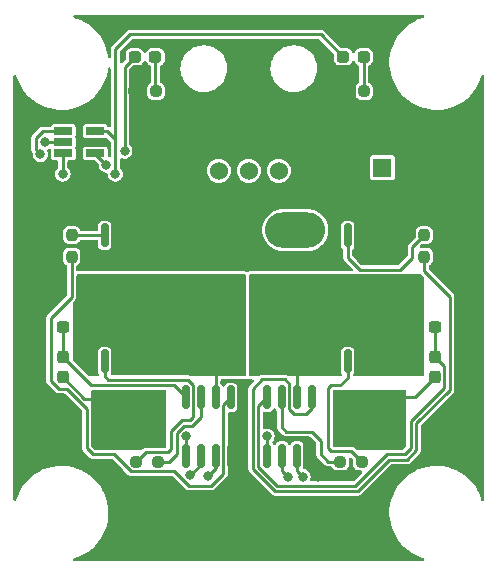
<source format=gbr>
%TF.GenerationSoftware,KiCad,Pcbnew,7.0.7*%
%TF.CreationDate,2023-11-05T22:28:57-06:00*%
%TF.ProjectId,BrushedMOCO_Breakout,42727573-6865-4644-9d4f-434f5f427265,rev?*%
%TF.SameCoordinates,Original*%
%TF.FileFunction,Copper,L1,Top*%
%TF.FilePolarity,Positive*%
%FSLAX46Y46*%
G04 Gerber Fmt 4.6, Leading zero omitted, Abs format (unit mm)*
G04 Created by KiCad (PCBNEW 7.0.7) date 2023-11-05 22:28:57*
%MOMM*%
%LPD*%
G01*
G04 APERTURE LIST*
G04 Aperture macros list*
%AMRoundRect*
0 Rectangle with rounded corners*
0 $1 Rounding radius*
0 $2 $3 $4 $5 $6 $7 $8 $9 X,Y pos of 4 corners*
0 Add a 4 corners polygon primitive as box body*
4,1,4,$2,$3,$4,$5,$6,$7,$8,$9,$2,$3,0*
0 Add four circle primitives for the rounded corners*
1,1,$1+$1,$2,$3*
1,1,$1+$1,$4,$5*
1,1,$1+$1,$6,$7*
1,1,$1+$1,$8,$9*
0 Add four rect primitives between the rounded corners*
20,1,$1+$1,$2,$3,$4,$5,0*
20,1,$1+$1,$4,$5,$6,$7,0*
20,1,$1+$1,$6,$7,$8,$9,0*
20,1,$1+$1,$8,$9,$2,$3,0*%
G04 Aperture macros list end*
%TA.AperFunction,SMDPad,CuDef*%
%ADD10RoundRect,0.150000X0.150000X-0.825000X0.150000X0.825000X-0.150000X0.825000X-0.150000X-0.825000X0*%
%TD*%
%TA.AperFunction,ComponentPad*%
%ADD11C,1.524000*%
%TD*%
%TA.AperFunction,SMDPad,CuDef*%
%ADD12RoundRect,0.237500X0.237500X-0.250000X0.237500X0.250000X-0.237500X0.250000X-0.237500X-0.250000X0*%
%TD*%
%TA.AperFunction,SMDPad,CuDef*%
%ADD13R,1.560000X0.650000*%
%TD*%
%TA.AperFunction,ComponentPad*%
%ADD14R,1.600000X1.600000*%
%TD*%
%TA.AperFunction,ComponentPad*%
%ADD15C,1.600000*%
%TD*%
%TA.AperFunction,SMDPad,CuDef*%
%ADD16RoundRect,0.237500X0.250000X0.237500X-0.250000X0.237500X-0.250000X-0.237500X0.250000X-0.237500X0*%
%TD*%
%TA.AperFunction,SMDPad,CuDef*%
%ADD17RoundRect,0.237500X-0.237500X0.287500X-0.237500X-0.287500X0.237500X-0.287500X0.237500X0.287500X0*%
%TD*%
%TA.AperFunction,SMDPad,CuDef*%
%ADD18RoundRect,0.237500X-0.250000X-0.237500X0.250000X-0.237500X0.250000X0.237500X-0.250000X0.237500X0*%
%TD*%
%TA.AperFunction,SMDPad,CuDef*%
%ADD19RoundRect,0.150000X-0.150000X0.825000X-0.150000X-0.825000X0.150000X-0.825000X0.150000X0.825000X0*%
%TD*%
%TA.AperFunction,SMDPad,CuDef*%
%ADD20RoundRect,0.237500X0.287500X0.237500X-0.287500X0.237500X-0.287500X-0.237500X0.287500X-0.237500X0*%
%TD*%
%TA.AperFunction,SMDPad,CuDef*%
%ADD21RoundRect,0.237500X0.300000X0.237500X-0.300000X0.237500X-0.300000X-0.237500X0.300000X-0.237500X0*%
%TD*%
%TA.AperFunction,SMDPad,CuDef*%
%ADD22RoundRect,0.237500X-0.300000X-0.237500X0.300000X-0.237500X0.300000X0.237500X-0.300000X0.237500X0*%
%TD*%
%TA.AperFunction,ComponentPad*%
%ADD23O,5.100000X3.000000*%
%TD*%
%TA.AperFunction,ViaPad*%
%ADD24C,0.800000*%
%TD*%
%TA.AperFunction,Conductor*%
%ADD25C,0.254000*%
%TD*%
G04 APERTURE END LIST*
D10*
%TO.P,U3,1,VCC*%
%TO.N,+12V*%
X116205000Y-114808000D03*
%TO.P,U3,2,HIN*%
%TO.N,PWM_RVS*%
X117475000Y-114808000D03*
%TO.P,U3,3,LIN*%
%TO.N,Net-(U3-LIN)*%
X118745000Y-114808000D03*
%TO.P,U3,4,COM*%
%TO.N,GND*%
X120015000Y-114808000D03*
%TO.P,U3,5,LO*%
%TO.N,Net-(U3-LO)*%
X120015000Y-109858000D03*
%TO.P,U3,6,VS*%
%TO.N,/M-*%
X118745000Y-109858000D03*
%TO.P,U3,7,HO*%
%TO.N,Net-(U3-HO)*%
X117475000Y-109858000D03*
%TO.P,U3,8,VB*%
%TO.N,Net-(D3-K)*%
X116205000Y-109858000D03*
%TD*%
D11*
%TO.P,Conn3,1*%
%TO.N,PWM_RVS*%
X118999000Y-90678000D03*
%TO.P,Conn3,2*%
%TO.N,PWM_FWD*%
X121539000Y-90678000D03*
%TO.P,Conn3,3*%
%TO.N,+3V3*%
X124079000Y-90678000D03*
%TD*%
D12*
%TO.P,R5,1*%
%TO.N,Net-(U3-LO)*%
X106553000Y-97940500D03*
%TO.P,R5,2*%
%TO.N,Net-(Q4-G)*%
X106553000Y-96115500D03*
%TD*%
D13*
%TO.P,U1,1*%
%TO.N,PWM_FWD*%
X108538000Y-89215000D03*
%TO.P,U1,2,GND*%
%TO.N,GND*%
X108538000Y-88265000D03*
%TO.P,U1,3*%
%TO.N,PWM_RVS*%
X108538000Y-87315000D03*
%TO.P,U1,4*%
%TO.N,Net-(U3-LIN)*%
X105838000Y-87315000D03*
%TO.P,U1,5,VCC*%
%TO.N,+3V3*%
X105838000Y-88265000D03*
%TO.P,U1,6*%
%TO.N,Net-(U2-LIN)*%
X105838000Y-89215000D03*
%TD*%
D14*
%TO.P,C1,1*%
%TO.N,+12V*%
X132842000Y-90424000D03*
D15*
%TO.P,C1,2*%
%TO.N,GND*%
X132842000Y-87924000D03*
%TD*%
D16*
%TO.P,R1,1*%
%TO.N,Net-(D1-K)*%
X113665000Y-83947000D03*
%TO.P,R1,2*%
%TO.N,GND*%
X111840000Y-83947000D03*
%TD*%
D17*
%TO.P,D2,1,K*%
%TO.N,Net-(D2-K)*%
X137287000Y-106426000D03*
%TO.P,D2,2,A*%
%TO.N,+12V*%
X137287000Y-108176000D03*
%TD*%
D18*
%TO.P,R2,1*%
%TO.N,Net-(U2-HO)*%
X129286000Y-115316000D03*
%TO.P,R2,2*%
%TO.N,Net-(Q1-G)*%
X131111000Y-115316000D03*
%TD*%
D19*
%TO.P,Q2,1,S*%
%TO.N,GND*%
X133731000Y-96142000D03*
%TO.P,Q2,2,S*%
X132461000Y-96142000D03*
%TO.P,Q2,3,S*%
X131191000Y-96142000D03*
%TO.P,Q2,4,G*%
%TO.N,Net-(Q2-G)*%
X129921000Y-96142000D03*
%TO.P,Q2,5,D*%
%TO.N,/M+*%
X129921000Y-101092000D03*
%TO.P,Q2,6,D*%
X131191000Y-101092000D03*
%TO.P,Q2,7,D*%
X132461000Y-101092000D03*
%TO.P,Q2,8,D*%
X133731000Y-101092000D03*
%TD*%
D20*
%TO.P,D1,1,K*%
%TO.N,Net-(D1-K)*%
X113627500Y-81026000D03*
%TO.P,D1,2,A*%
%TO.N,PWM_FWD*%
X111877500Y-81026000D03*
%TD*%
D16*
%TO.P,R6,1*%
%TO.N,Net-(D4-K)*%
X131318000Y-83947000D03*
%TO.P,R6,2*%
%TO.N,GND*%
X129493000Y-83947000D03*
%TD*%
D21*
%TO.P,C3,1*%
%TO.N,/M+*%
X122401500Y-101092000D03*
%TO.P,C3,2*%
%TO.N,/M-*%
X120676500Y-101092000D03*
%TD*%
D16*
%TO.P,R4,1*%
%TO.N,Net-(U3-HO)*%
X113839000Y-115316000D03*
%TO.P,R4,2*%
%TO.N,Net-(Q3-G)*%
X112014000Y-115316000D03*
%TD*%
D19*
%TO.P,Q1,1,S*%
%TO.N,/M+*%
X133731000Y-106807000D03*
%TO.P,Q1,2,S*%
X132461000Y-106807000D03*
%TO.P,Q1,3,S*%
X131191000Y-106807000D03*
%TO.P,Q1,4,G*%
%TO.N,Net-(Q1-G)*%
X129921000Y-106807000D03*
%TO.P,Q1,5,D*%
%TO.N,+12V*%
X129921000Y-111757000D03*
%TO.P,Q1,6,D*%
X131191000Y-111757000D03*
%TO.P,Q1,7,D*%
X132461000Y-111757000D03*
%TO.P,Q1,8,D*%
X133731000Y-111757000D03*
%TD*%
D17*
%TO.P,D3,1,K*%
%TO.N,Net-(D3-K)*%
X105791000Y-106426000D03*
%TO.P,D3,2,A*%
%TO.N,+12V*%
X105791000Y-108176000D03*
%TD*%
D12*
%TO.P,R3,1*%
%TO.N,Net-(U2-LO)*%
X136398000Y-97940500D03*
%TO.P,R3,2*%
%TO.N,Net-(Q2-G)*%
X136398000Y-96115500D03*
%TD*%
D10*
%TO.P,U2,1,VCC*%
%TO.N,+12V*%
X123063000Y-114808000D03*
%TO.P,U2,2,HIN*%
%TO.N,PWM_FWD*%
X124333000Y-114808000D03*
%TO.P,U2,3,LIN*%
%TO.N,Net-(U2-LIN)*%
X125603000Y-114808000D03*
%TO.P,U2,4,COM*%
%TO.N,GND*%
X126873000Y-114808000D03*
%TO.P,U2,5,LO*%
%TO.N,Net-(U2-LO)*%
X126873000Y-109858000D03*
%TO.P,U2,6,VS*%
%TO.N,/M+*%
X125603000Y-109858000D03*
%TO.P,U2,7,HO*%
%TO.N,Net-(U2-HO)*%
X124333000Y-109858000D03*
%TO.P,U2,8,VB*%
%TO.N,Net-(D2-K)*%
X123063000Y-109858000D03*
%TD*%
D20*
%TO.P,D4,1,K*%
%TO.N,Net-(D4-K)*%
X131280500Y-81026000D03*
%TO.P,D4,2,A*%
%TO.N,PWM_RVS*%
X129530500Y-81026000D03*
%TD*%
D19*
%TO.P,Q4,1,S*%
%TO.N,GND*%
X113157000Y-96142000D03*
%TO.P,Q4,2,S*%
X111887000Y-96142000D03*
%TO.P,Q4,3,S*%
X110617000Y-96142000D03*
%TO.P,Q4,4,G*%
%TO.N,Net-(Q4-G)*%
X109347000Y-96142000D03*
%TO.P,Q4,5,D*%
%TO.N,/M-*%
X109347000Y-101092000D03*
%TO.P,Q4,6,D*%
X110617000Y-101092000D03*
%TO.P,Q4,7,D*%
X111887000Y-101092000D03*
%TO.P,Q4,8,D*%
X113157000Y-101092000D03*
%TD*%
D22*
%TO.P,C4,1*%
%TO.N,Net-(D3-K)*%
X105817500Y-103886000D03*
%TO.P,C4,2*%
%TO.N,/M-*%
X107542500Y-103886000D03*
%TD*%
D19*
%TO.P,Q3,1,S*%
%TO.N,/M-*%
X113157000Y-106807000D03*
%TO.P,Q3,2,S*%
X111887000Y-106807000D03*
%TO.P,Q3,3,S*%
X110617000Y-106807000D03*
%TO.P,Q3,4,G*%
%TO.N,Net-(Q3-G)*%
X109347000Y-106807000D03*
%TO.P,Q3,5,D*%
%TO.N,+12V*%
X109347000Y-111757000D03*
%TO.P,Q3,6,D*%
X110617000Y-111757000D03*
%TO.P,Q3,7,D*%
X111887000Y-111757000D03*
%TO.P,Q3,8,D*%
X113157000Y-111757000D03*
%TD*%
D21*
%TO.P,C2,1*%
%TO.N,Net-(D2-K)*%
X137287000Y-103886000D03*
%TO.P,C2,2*%
%TO.N,/M+*%
X135562000Y-103886000D03*
%TD*%
D23*
%TO.P,Conn1,1,GND*%
%TO.N,GND*%
X117602000Y-95693200D03*
%TO.P,Conn1,2,V+Log*%
%TO.N,+12V*%
X125476000Y-95693200D03*
%TD*%
%TO.P,Conn2,1,GND*%
%TO.N,/M+*%
X125476000Y-105474800D03*
%TO.P,Conn2,2,V+Log*%
%TO.N,/M-*%
X117602000Y-105474800D03*
%TD*%
D24*
%TO.N,GND*%
X127381000Y-116586000D03*
%TO.N,PWM_FWD*%
X111025500Y-88991500D03*
X124841000Y-116586000D03*
X109474000Y-90170000D03*
%TO.N,PWM_RVS*%
X116586000Y-116459000D03*
X110236000Y-90932000D03*
%TO.N,+3V3*%
X104267000Y-88265000D03*
%TO.N,+12V*%
X116205000Y-113160000D03*
X129921000Y-109982000D03*
X133731000Y-113538000D03*
X131191000Y-113538000D03*
X113157000Y-113538000D03*
X131191000Y-109982000D03*
X129921000Y-113538000D03*
X111887000Y-113538000D03*
X133731000Y-109982000D03*
X109347000Y-113538000D03*
X111887000Y-109982000D03*
X123063000Y-113160000D03*
X113157000Y-109982000D03*
X132461000Y-113538000D03*
X110617000Y-109982000D03*
X132461000Y-109982000D03*
X109347000Y-109982000D03*
X110617000Y-113538000D03*
%TO.N,Net-(U3-LIN)*%
X103886000Y-89281000D03*
X118110000Y-116516786D03*
%TO.N,Net-(U2-LIN)*%
X105791000Y-90932000D03*
X126111000Y-116586000D03*
%TD*%
D25*
%TO.N,GND*%
X126873000Y-114808000D02*
X126873000Y-116078000D01*
X129530500Y-83528500D02*
X129493000Y-83566000D01*
X126873000Y-116078000D02*
X127381000Y-116586000D01*
%TO.N,Net-(D2-K)*%
X123063000Y-109858000D02*
X122336000Y-110585000D01*
X138089000Y-109053000D02*
X138089000Y-107228000D01*
X122336000Y-115732000D02*
X123952000Y-117348000D01*
X134747000Y-114681000D02*
X135255000Y-114173000D01*
X122336000Y-110585000D02*
X122336000Y-115732000D01*
X137287000Y-106426000D02*
X137287000Y-103886000D01*
X133223000Y-114681000D02*
X134747000Y-114681000D01*
X130556000Y-117348000D02*
X133223000Y-114681000D01*
X135255000Y-111887000D02*
X138089000Y-109053000D01*
X135255000Y-114173000D02*
X135255000Y-111887000D01*
X138089000Y-107228000D02*
X137287000Y-106426000D01*
X123952000Y-117348000D02*
X130556000Y-117348000D01*
X123063000Y-109858000D02*
X123063000Y-110237580D01*
%TO.N,/M+*%
X125603000Y-109858000D02*
X125603000Y-107569000D01*
%TO.N,/M-*%
X118745000Y-109858000D02*
X118745000Y-107569000D01*
%TO.N,Net-(D3-K)*%
X108204000Y-108839000D02*
X105791000Y-106426000D01*
X105817500Y-106399500D02*
X105791000Y-106426000D01*
X105817500Y-103886000D02*
X105817500Y-106399500D01*
X114935000Y-108839000D02*
X108204000Y-108839000D01*
X116205000Y-109858000D02*
X115186000Y-108839000D01*
X115186000Y-108839000D02*
X114935000Y-108839000D01*
%TO.N,PWM_FWD*%
X111025500Y-81878000D02*
X111877500Y-81026000D01*
X124333000Y-116078000D02*
X124333000Y-114808000D01*
X124841000Y-116586000D02*
X124333000Y-116078000D01*
X108538000Y-89234000D02*
X108538000Y-89215000D01*
X109474000Y-90170000D02*
X108538000Y-89234000D01*
X111025500Y-88991500D02*
X111025500Y-81878000D01*
%TO.N,PWM_RVS*%
X110236000Y-90932000D02*
X110236000Y-88029500D01*
X117475000Y-114808000D02*
X117475000Y-115570000D01*
X127625500Y-79121000D02*
X129530500Y-81026000D01*
X117475000Y-115570000D02*
X116586000Y-116459000D01*
X109521500Y-87315000D02*
X110236000Y-88029500D01*
X111506000Y-79121000D02*
X127625500Y-79121000D01*
X110236000Y-80391000D02*
X111506000Y-79121000D01*
X109521500Y-87315000D02*
X108538000Y-87315000D01*
X110236000Y-88029500D02*
X110236000Y-80391000D01*
%TO.N,+3V3*%
X104267000Y-88265000D02*
X105838000Y-88265000D01*
%TO.N,Net-(D1-K)*%
X113627500Y-83991750D02*
X113665000Y-84029250D01*
X113627500Y-83909500D02*
X113665000Y-83947000D01*
X113627500Y-81026000D02*
X113627500Y-83909500D01*
%TO.N,Net-(U2-HO)*%
X124333000Y-112395000D02*
X124714000Y-112776000D01*
X124333000Y-109858000D02*
X124333000Y-112395000D01*
X127635000Y-114681000D02*
X128270000Y-115316000D01*
X124714000Y-112776000D02*
X126873000Y-112776000D01*
X126873000Y-112776000D02*
X127635000Y-113538000D01*
X127635000Y-113538000D02*
X127635000Y-114681000D01*
X128270000Y-115316000D02*
X129286000Y-115316000D01*
%TO.N,+12V*%
X135509000Y-109855000D02*
X134493000Y-109855000D01*
X107597000Y-109982000D02*
X108585000Y-109982000D01*
X116205000Y-114808000D02*
X116205000Y-113160000D01*
X137287000Y-108176000D02*
X135608000Y-109855000D01*
X123063000Y-114808000D02*
X123063000Y-113160000D01*
X135608000Y-109855000D02*
X135509000Y-109855000D01*
X105791000Y-108176000D02*
X107597000Y-109982000D01*
%TO.N,Net-(D4-K)*%
X131280500Y-81026000D02*
X131280500Y-83909500D01*
X131280500Y-83909500D02*
X131318000Y-83947000D01*
%TO.N,Net-(U3-LIN)*%
X103505000Y-88900000D02*
X103505000Y-87884000D01*
X118110000Y-116516786D02*
X118745000Y-115881786D01*
X103505000Y-87884000D02*
X104074000Y-87315000D01*
X104074000Y-87315000D02*
X105838000Y-87315000D01*
X103886000Y-89281000D02*
X103505000Y-88900000D01*
X118745000Y-115881786D02*
X118745000Y-114808000D01*
%TO.N,Net-(Q1-G)*%
X128524000Y-108839000D02*
X128270000Y-109093000D01*
X128270000Y-114173000D02*
X128524000Y-114427000D01*
X129286000Y-108839000D02*
X128524000Y-108839000D01*
X130222000Y-114427000D02*
X131111000Y-115316000D01*
X129921000Y-108204000D02*
X129286000Y-108839000D01*
X128524000Y-114427000D02*
X130222000Y-114427000D01*
X129921000Y-106807000D02*
X129921000Y-108204000D01*
X128270000Y-109093000D02*
X128270000Y-114173000D01*
%TO.N,Net-(Q2-G)*%
X135382000Y-98044000D02*
X135382000Y-97131500D01*
X130937000Y-99060000D02*
X134366000Y-99060000D01*
X129921000Y-96142000D02*
X129921000Y-98044000D01*
X134366000Y-99060000D02*
X135382000Y-98044000D01*
X129921000Y-98044000D02*
X130937000Y-99060000D01*
X135382000Y-97131500D02*
X136398000Y-96115500D01*
%TO.N,Net-(Q3-G)*%
X116832000Y-108835420D02*
X116832000Y-111506948D01*
X116518882Y-111820066D02*
X115874747Y-111820066D01*
X109347000Y-108077000D02*
X109655000Y-108385000D01*
X116832000Y-111506948D02*
X116518882Y-111820066D01*
X114982933Y-114252067D02*
X114721000Y-114514000D01*
X112816000Y-114514000D02*
X112014000Y-115316000D01*
X115874747Y-111820066D02*
X114982933Y-112711881D01*
X109347000Y-106807000D02*
X109347000Y-108077000D01*
X114721000Y-114514000D02*
X112816000Y-114514000D01*
X109655000Y-108385000D02*
X116381580Y-108385000D01*
X114982933Y-112711881D02*
X114982933Y-114252067D01*
X116381580Y-108385000D02*
X116832000Y-108835420D01*
%TO.N,Net-(Q4-G)*%
X109347000Y-96142000D02*
X106579500Y-96142000D01*
X106579500Y-96142000D02*
X106553000Y-96115500D01*
%TO.N,Net-(U2-LO)*%
X135709000Y-114361053D02*
X134935052Y-115135000D01*
X126873000Y-110744000D02*
X126873000Y-109858000D01*
X138543000Y-109241052D02*
X135709000Y-112075052D01*
X125347420Y-111252000D02*
X126365000Y-111252000D01*
X122682000Y-108331000D02*
X124587000Y-108331000D01*
X124968000Y-110872580D02*
X125347420Y-111252000D01*
X133411052Y-115135000D02*
X130744052Y-117802000D01*
X136398000Y-97940500D02*
X136398000Y-99187000D01*
X126365000Y-111252000D02*
X126873000Y-110744000D01*
X135709000Y-112075052D02*
X135709000Y-114361053D01*
X124587000Y-108331000D02*
X124968000Y-108712000D01*
X138543000Y-101332000D02*
X138543000Y-109241052D01*
X136398000Y-99187000D02*
X138543000Y-101332000D01*
X134935052Y-115135000D02*
X133411052Y-115135000D01*
X124968000Y-108712000D02*
X124968000Y-110872580D01*
X123763948Y-117802000D02*
X121882000Y-115920052D01*
X121882000Y-115920052D02*
X121882000Y-109131000D01*
X121882000Y-109131000D02*
X122682000Y-108331000D01*
X130744052Y-117802000D02*
X123763948Y-117802000D01*
%TO.N,Net-(U3-LO)*%
X106553000Y-101346000D02*
X104775000Y-103124000D01*
X107823000Y-110850052D02*
X107823000Y-114173000D01*
X116446866Y-117348000D02*
X118364000Y-117348000D01*
X108331000Y-114681000D02*
X110109000Y-114681000D01*
X111199500Y-115787324D02*
X111530176Y-116118000D01*
X107823000Y-114173000D02*
X108331000Y-114681000D01*
X119380000Y-110493000D02*
X120015000Y-109858000D01*
X115229000Y-116118000D02*
X115859000Y-116748000D01*
X119380000Y-116332000D02*
X119380000Y-110493000D01*
X111199500Y-115771500D02*
X111199500Y-115787324D01*
X104775000Y-103124000D02*
X104775000Y-108483324D01*
X106118974Y-109146026D02*
X107823000Y-110850052D01*
X110109000Y-114681000D02*
X111199500Y-115771500D01*
X115859000Y-116748000D02*
X115859000Y-116760134D01*
X118364000Y-117348000D02*
X119380000Y-116332000D01*
X104775000Y-108483324D02*
X105437702Y-109146026D01*
X106553000Y-97940500D02*
X106553000Y-101346000D01*
X105437702Y-109146026D02*
X106118974Y-109146026D01*
X115859000Y-116760134D02*
X116446866Y-117348000D01*
X111530176Y-116118000D02*
X115229000Y-116118000D01*
%TO.N,Net-(U2-LIN)*%
X125603000Y-116078000D02*
X126111000Y-116586000D01*
X125603000Y-114808000D02*
X125603000Y-116078000D01*
X105791000Y-89262000D02*
X105838000Y-89215000D01*
X105791000Y-90932000D02*
X105791000Y-89262000D01*
%TO.N,Net-(U3-HO)*%
X115436933Y-114687067D02*
X115436933Y-112899933D01*
X117475000Y-110368632D02*
X117475000Y-109347000D01*
X115436933Y-112899933D02*
X116062800Y-112274066D01*
X113839000Y-115316000D02*
X114808000Y-115316000D01*
X116706934Y-112274066D02*
X117475000Y-111506000D01*
X116062800Y-112274066D02*
X116706934Y-112274066D01*
X117475000Y-111506000D02*
X117475000Y-109858000D01*
X114808000Y-115316000D02*
X115436933Y-114687067D01*
%TD*%
%TA.AperFunction,Conductor*%
%TO.N,/M-*%
G36*
X121222539Y-99455183D02*
G01*
X121268294Y-99507987D01*
X121279500Y-99559498D01*
X121279500Y-107947498D01*
X121259815Y-108014537D01*
X121207011Y-108060292D01*
X121155500Y-108071498D01*
X116642482Y-108071498D01*
X116575443Y-108051813D01*
X116566319Y-108045351D01*
X116565663Y-108044840D01*
X116558650Y-108041045D01*
X116551452Y-108037526D01*
X116551450Y-108037525D01*
X116551141Y-108037433D01*
X116497993Y-108021609D01*
X116445242Y-108003499D01*
X116437359Y-108002184D01*
X116429419Y-108001194D01*
X116375747Y-108003415D01*
X116373696Y-108003500D01*
X109964042Y-108003500D01*
X109897003Y-107983815D01*
X109851248Y-107931011D01*
X109841304Y-107861853D01*
X109853557Y-107823205D01*
X109871784Y-107787433D01*
X109886498Y-107758555D01*
X109886498Y-107758553D01*
X109886499Y-107758552D01*
X109901500Y-107663839D01*
X109901500Y-105950160D01*
X109886499Y-105855447D01*
X109879839Y-105842376D01*
X109828326Y-105741277D01*
X109828322Y-105741273D01*
X109828321Y-105741271D01*
X109737728Y-105650678D01*
X109737725Y-105650676D01*
X109737723Y-105650674D01*
X109623555Y-105592502D01*
X109623554Y-105592501D01*
X109623551Y-105592500D01*
X109623552Y-105592500D01*
X109528839Y-105577500D01*
X109528834Y-105577500D01*
X109165166Y-105577500D01*
X109165161Y-105577500D01*
X109070447Y-105592500D01*
X108994333Y-105631283D01*
X108956277Y-105650674D01*
X108956276Y-105650675D01*
X108956271Y-105650678D01*
X108865678Y-105741271D01*
X108865675Y-105741276D01*
X108807500Y-105855447D01*
X108792500Y-105950160D01*
X108792500Y-107663839D01*
X108807500Y-107758552D01*
X108865675Y-107872725D01*
X108867048Y-107874614D01*
X108868005Y-107877297D01*
X108870105Y-107881418D01*
X108869572Y-107881689D01*
X108890527Y-107940421D01*
X108874701Y-108008474D01*
X108824594Y-108057169D01*
X108766729Y-108071498D01*
X108027382Y-108071498D01*
X107960343Y-108051813D01*
X107939701Y-108035179D01*
X107389531Y-107485009D01*
X106716319Y-106811796D01*
X106682834Y-106750473D01*
X106680000Y-106724115D01*
X106680000Y-101809884D01*
X106699685Y-101742845D01*
X106716313Y-101722208D01*
X106785697Y-101652824D01*
X106805542Y-101636709D01*
X106814956Y-101630560D01*
X106837155Y-101602036D01*
X106842226Y-101596296D01*
X106845114Y-101593409D01*
X106858898Y-101574101D01*
X106893158Y-101530085D01*
X106893159Y-101530081D01*
X106896946Y-101523083D01*
X106900471Y-101515873D01*
X106900475Y-101515869D01*
X106916388Y-101462417D01*
X106934500Y-101409661D01*
X106934500Y-101409657D01*
X106934501Y-101409655D01*
X106935815Y-101401780D01*
X106936805Y-101393839D01*
X106934500Y-101338116D01*
X106934500Y-99559498D01*
X106954185Y-99492459D01*
X107006989Y-99446704D01*
X107058500Y-99435498D01*
X121155500Y-99435498D01*
X121222539Y-99455183D01*
G37*
%TD.AperFunction*%
%TD*%
%TA.AperFunction,Conductor*%
%TO.N,+12V*%
G36*
X134817039Y-109239685D02*
G01*
X134862794Y-109292489D01*
X134874000Y-109344000D01*
X134874000Y-111810070D01*
X134872435Y-111828962D01*
X134872466Y-111828966D01*
X134872375Y-111829695D01*
X134872311Y-111830469D01*
X134872182Y-111831237D01*
X134871194Y-111839162D01*
X134873500Y-111894883D01*
X134873500Y-113963615D01*
X134853815Y-114030654D01*
X134837181Y-114051296D01*
X134625296Y-114263181D01*
X134563973Y-114296666D01*
X134537615Y-114299500D01*
X133275428Y-114299500D01*
X133249983Y-114296861D01*
X133238985Y-114294555D01*
X133238981Y-114294555D01*
X133203134Y-114299023D01*
X133195458Y-114299500D01*
X133191388Y-114299500D01*
X133187909Y-114299788D01*
X133182788Y-114300000D01*
X130685885Y-114300000D01*
X130618846Y-114280315D01*
X130598204Y-114263681D01*
X130528833Y-114194310D01*
X130512705Y-114174450D01*
X130506560Y-114165044D01*
X130478049Y-114142853D01*
X130472287Y-114137764D01*
X130469409Y-114134886D01*
X130450099Y-114121099D01*
X130428092Y-114103970D01*
X130406086Y-114086842D01*
X130399070Y-114083045D01*
X130391872Y-114079526D01*
X130391870Y-114079525D01*
X130391867Y-114079524D01*
X130338413Y-114063609D01*
X130285662Y-114045499D01*
X130277779Y-114044184D01*
X130269839Y-114043194D01*
X130216167Y-114045415D01*
X130214116Y-114045500D01*
X128775500Y-114045500D01*
X128708461Y-114025815D01*
X128662706Y-113973011D01*
X128651500Y-113921500D01*
X128651500Y-109344500D01*
X128671185Y-109277461D01*
X128723989Y-109231706D01*
X128775500Y-109220500D01*
X129233573Y-109220500D01*
X129259018Y-109223139D01*
X129262961Y-109223965D01*
X129270017Y-109225445D01*
X129288576Y-109223131D01*
X129305866Y-109220977D01*
X129313542Y-109220500D01*
X129317612Y-109220500D01*
X129321091Y-109220212D01*
X129326212Y-109220000D01*
X134750000Y-109220000D01*
X134817039Y-109239685D01*
G37*
%TD.AperFunction*%
%TD*%
%TA.AperFunction,Conductor*%
%TO.N,/M+*%
G36*
X130863146Y-99440167D02*
G01*
X130863206Y-99439809D01*
X130881219Y-99442815D01*
X130889158Y-99443804D01*
X130889159Y-99443805D01*
X130889159Y-99443804D01*
X130889160Y-99443805D01*
X130933352Y-99441977D01*
X130944884Y-99441500D01*
X134313573Y-99441500D01*
X134339018Y-99444139D01*
X134342961Y-99444965D01*
X134350017Y-99446445D01*
X134368576Y-99444131D01*
X134385866Y-99441977D01*
X134393542Y-99441500D01*
X134397608Y-99441500D01*
X134397611Y-99441500D01*
X134421004Y-99437596D01*
X134434014Y-99435975D01*
X134441691Y-99435498D01*
X136055613Y-99435498D01*
X136122652Y-99455183D01*
X136143294Y-99471817D01*
X136361681Y-99690203D01*
X136395166Y-99751526D01*
X136398000Y-99777884D01*
X136398000Y-107947498D01*
X136378315Y-108014537D01*
X136325511Y-108060292D01*
X136274000Y-108071498D01*
X130501271Y-108071498D01*
X130434232Y-108051813D01*
X130388477Y-107999009D01*
X130378533Y-107929851D01*
X130398139Y-107881542D01*
X130397895Y-107881418D01*
X130399347Y-107878567D01*
X130400952Y-107874614D01*
X130402324Y-107872725D01*
X130402323Y-107872724D01*
X130402326Y-107872723D01*
X130460498Y-107758555D01*
X130460498Y-107758553D01*
X130460499Y-107758552D01*
X130475500Y-107663839D01*
X130475500Y-105950160D01*
X130460499Y-105855447D01*
X130425636Y-105787026D01*
X130402326Y-105741277D01*
X130402322Y-105741273D01*
X130402321Y-105741271D01*
X130311728Y-105650678D01*
X130311725Y-105650676D01*
X130311723Y-105650674D01*
X130197555Y-105592502D01*
X130197554Y-105592501D01*
X130197551Y-105592500D01*
X130197552Y-105592500D01*
X130102839Y-105577500D01*
X130102834Y-105577500D01*
X129739166Y-105577500D01*
X129739161Y-105577500D01*
X129644447Y-105592500D01*
X129568333Y-105631283D01*
X129530277Y-105650674D01*
X129530275Y-105650674D01*
X129530276Y-105650675D01*
X129530271Y-105650678D01*
X129439678Y-105741271D01*
X129439675Y-105741276D01*
X129381500Y-105855447D01*
X129366500Y-105950160D01*
X129366500Y-107663839D01*
X129381500Y-107758552D01*
X129439675Y-107872725D01*
X129441048Y-107874614D01*
X129442005Y-107877297D01*
X129444105Y-107881418D01*
X129443572Y-107881689D01*
X129464527Y-107940421D01*
X129448701Y-108008474D01*
X129398594Y-108057169D01*
X129340729Y-108071498D01*
X124918370Y-108071498D01*
X124851331Y-108051813D01*
X124838239Y-108042129D01*
X124834414Y-108038890D01*
X124834410Y-108038887D01*
X124834409Y-108038886D01*
X124815099Y-108025099D01*
X124793092Y-108007970D01*
X124771086Y-107990842D01*
X124764070Y-107987045D01*
X124756872Y-107983526D01*
X124756870Y-107983525D01*
X124756867Y-107983524D01*
X124703413Y-107967609D01*
X124650662Y-107949499D01*
X124642779Y-107948184D01*
X124634839Y-107947194D01*
X124581167Y-107949415D01*
X124579116Y-107949500D01*
X122734428Y-107949500D01*
X122708983Y-107946861D01*
X122697985Y-107944555D01*
X122697981Y-107944555D01*
X122662134Y-107949023D01*
X122654458Y-107949500D01*
X122650388Y-107949500D01*
X122626993Y-107953404D01*
X122571636Y-107960304D01*
X122563987Y-107962581D01*
X122556413Y-107965181D01*
X122507359Y-107991728D01*
X122457252Y-108016225D01*
X122450742Y-108020872D01*
X122444438Y-108025779D01*
X122439189Y-108031482D01*
X122379302Y-108067472D01*
X122347960Y-108071498D01*
X121663000Y-108071498D01*
X121595961Y-108051813D01*
X121550206Y-107999009D01*
X121539000Y-107947498D01*
X121539000Y-99559498D01*
X121558685Y-99492459D01*
X121611489Y-99446704D01*
X121663000Y-99435498D01*
X130835165Y-99435498D01*
X130863146Y-99440167D01*
G37*
%TD.AperFunction*%
%TD*%
%TA.AperFunction,Conductor*%
%TO.N,+12V*%
G36*
X114497039Y-109240185D02*
G01*
X114542794Y-109292989D01*
X114554000Y-109344500D01*
X114554000Y-114008500D01*
X114534315Y-114075539D01*
X114481511Y-114121294D01*
X114430000Y-114132500D01*
X112868427Y-114132500D01*
X112842982Y-114129861D01*
X112831984Y-114127555D01*
X112831980Y-114127555D01*
X112796134Y-114132023D01*
X112788458Y-114132500D01*
X112784389Y-114132500D01*
X112778797Y-114133433D01*
X112760993Y-114136403D01*
X112705644Y-114143302D01*
X112697966Y-114145588D01*
X112690413Y-114148181D01*
X112641359Y-114174728D01*
X112591252Y-114199225D01*
X112584742Y-114203872D01*
X112578435Y-114208781D01*
X112540658Y-114249819D01*
X112526796Y-114263681D01*
X112465473Y-114297166D01*
X112439115Y-114300000D01*
X110185935Y-114300000D01*
X110167041Y-114298433D01*
X110167038Y-114298466D01*
X110166261Y-114298369D01*
X110165523Y-114298308D01*
X110164792Y-114298186D01*
X110156839Y-114297194D01*
X110103167Y-114299415D01*
X110101116Y-114299500D01*
X108540384Y-114299500D01*
X108473345Y-114279815D01*
X108452703Y-114263181D01*
X108240819Y-114051296D01*
X108207334Y-113989973D01*
X108204500Y-113963615D01*
X108204500Y-110902480D01*
X108207139Y-110877035D01*
X108207810Y-110873832D01*
X108209445Y-110866036D01*
X108207353Y-110849253D01*
X108204977Y-110830186D01*
X108204500Y-110822510D01*
X108204500Y-110818438D01*
X108204212Y-110814959D01*
X108204000Y-110809838D01*
X108204000Y-109344500D01*
X108223685Y-109277461D01*
X108276489Y-109231706D01*
X108328000Y-109220500D01*
X114430000Y-109220500D01*
X114497039Y-109240185D01*
G37*
%TD.AperFunction*%
%TD*%
%TA.AperFunction,Conductor*%
%TO.N,GND*%
G36*
X123769446Y-110793906D02*
G01*
X123808483Y-110838956D01*
X123851674Y-110923723D01*
X123851676Y-110923725D01*
X123851678Y-110923728D01*
X123915181Y-110987231D01*
X123948666Y-111048554D01*
X123951500Y-111074912D01*
X123951500Y-112342572D01*
X123948861Y-112368020D01*
X123946554Y-112379017D01*
X123951023Y-112414865D01*
X123951500Y-112422541D01*
X123951500Y-112426611D01*
X123953040Y-112435842D01*
X123955403Y-112450005D01*
X123962304Y-112505361D01*
X123964580Y-112513009D01*
X123967181Y-112520585D01*
X123993729Y-112569641D01*
X124018224Y-112619747D01*
X124022869Y-112626253D01*
X124027781Y-112632564D01*
X124068819Y-112670341D01*
X124407162Y-113008684D01*
X124423289Y-113028543D01*
X124429436Y-113037952D01*
X124429438Y-113037954D01*
X124429439Y-113037955D01*
X124429440Y-113037956D01*
X124457956Y-113060150D01*
X124463708Y-113065230D01*
X124466591Y-113068113D01*
X124485889Y-113081891D01*
X124529915Y-113116158D01*
X124529917Y-113116158D01*
X124536939Y-113119959D01*
X124544125Y-113123471D01*
X124544130Y-113123475D01*
X124597589Y-113139390D01*
X124650339Y-113157500D01*
X124650340Y-113157500D01*
X124658222Y-113158815D01*
X124666157Y-113159804D01*
X124666158Y-113159805D01*
X124666158Y-113159804D01*
X124666159Y-113159805D01*
X124694020Y-113158652D01*
X124721884Y-113157500D01*
X126663616Y-113157500D01*
X126730655Y-113177185D01*
X126751297Y-113193819D01*
X127217181Y-113659703D01*
X127250666Y-113721026D01*
X127253500Y-113747384D01*
X127253500Y-114628572D01*
X127250861Y-114654020D01*
X127248554Y-114665017D01*
X127253023Y-114700865D01*
X127253500Y-114708541D01*
X127253500Y-114712616D01*
X127257402Y-114735994D01*
X127264304Y-114791363D01*
X127266578Y-114799003D01*
X127269181Y-114806585D01*
X127295729Y-114855641D01*
X127320224Y-114905747D01*
X127324869Y-114912253D01*
X127329781Y-114918563D01*
X127370818Y-114956340D01*
X127963165Y-115548688D01*
X127979293Y-115568548D01*
X127985438Y-115577954D01*
X127985439Y-115577955D01*
X127985440Y-115577956D01*
X127988299Y-115580181D01*
X128013944Y-115600141D01*
X128019701Y-115605224D01*
X128022591Y-115608114D01*
X128041898Y-115621898D01*
X128085915Y-115656158D01*
X128085921Y-115656160D01*
X128092950Y-115659964D01*
X128100128Y-115663473D01*
X128100131Y-115663475D01*
X128153582Y-115679388D01*
X128206339Y-115697500D01*
X128206342Y-115697500D01*
X128214220Y-115698815D01*
X128222157Y-115699804D01*
X128222159Y-115699805D01*
X128222160Y-115699804D01*
X128222161Y-115699805D01*
X128277895Y-115697500D01*
X128478507Y-115697500D01*
X128545546Y-115717185D01*
X128591301Y-115769989D01*
X128594688Y-115778165D01*
X128599742Y-115791716D01*
X128599743Y-115791717D01*
X128684525Y-115904973D01*
X128684526Y-115904974D01*
X128797785Y-115989758D01*
X128917602Y-116034448D01*
X128928286Y-116038433D01*
X128930343Y-116039200D01*
X128988943Y-116045500D01*
X129583056Y-116045499D01*
X129641657Y-116039200D01*
X129774215Y-115989758D01*
X129887474Y-115904974D01*
X129972258Y-115791715D01*
X130019890Y-115664011D01*
X130021699Y-115659160D01*
X130021699Y-115659159D01*
X130021700Y-115659157D01*
X130027188Y-115608114D01*
X130027999Y-115600573D01*
X130027999Y-115600562D01*
X130028000Y-115600557D01*
X130027999Y-115071882D01*
X130047683Y-115004844D01*
X130100487Y-114959089D01*
X130169646Y-114949145D01*
X130233202Y-114978170D01*
X130239680Y-114984202D01*
X130332681Y-115077203D01*
X130366166Y-115138526D01*
X130369000Y-115164884D01*
X130369000Y-115600553D01*
X130369001Y-115600562D01*
X130375300Y-115659159D01*
X130424739Y-115791709D01*
X130424741Y-115791713D01*
X130424742Y-115791715D01*
X130509526Y-115904974D01*
X130622785Y-115989758D01*
X130742602Y-116034448D01*
X130753286Y-116038433D01*
X130755343Y-116039200D01*
X130813943Y-116045500D01*
X131019615Y-116045499D01*
X131086653Y-116065183D01*
X131132408Y-116117987D01*
X131142352Y-116187145D01*
X131113327Y-116250701D01*
X131107295Y-116257180D01*
X130434296Y-116930181D01*
X130372973Y-116963666D01*
X130346615Y-116966500D01*
X126846328Y-116966500D01*
X126779289Y-116946815D01*
X126733534Y-116894011D01*
X126723590Y-116824853D01*
X126730386Y-116798528D01*
X126740424Y-116772062D01*
X126751149Y-116743782D01*
X126770307Y-116586000D01*
X126751149Y-116428218D01*
X126694787Y-116279605D01*
X126604498Y-116148799D01*
X126604495Y-116148796D01*
X126604493Y-116148794D01*
X126485530Y-116043401D01*
X126344791Y-115969536D01*
X126221792Y-115939220D01*
X126161411Y-115904064D01*
X126129623Y-115841844D01*
X126136519Y-115772316D01*
X126140974Y-115762544D01*
X126142498Y-115759555D01*
X126143281Y-115754610D01*
X126157500Y-115664839D01*
X126157500Y-113951160D01*
X126142499Y-113856447D01*
X126142498Y-113856445D01*
X126084326Y-113742277D01*
X126084322Y-113742273D01*
X126084321Y-113742271D01*
X125993728Y-113651678D01*
X125993725Y-113651676D01*
X125993723Y-113651674D01*
X125879555Y-113593502D01*
X125879554Y-113593501D01*
X125879551Y-113593500D01*
X125879552Y-113593500D01*
X125784839Y-113578500D01*
X125784834Y-113578500D01*
X125421166Y-113578500D01*
X125421161Y-113578500D01*
X125326447Y-113593500D01*
X125250333Y-113632283D01*
X125212277Y-113651674D01*
X125212276Y-113651674D01*
X125212276Y-113651675D01*
X125212271Y-113651678D01*
X125121678Y-113742271D01*
X125121673Y-113742278D01*
X125078484Y-113827041D01*
X125030510Y-113877836D01*
X124962689Y-113894631D01*
X124896554Y-113872093D01*
X124857516Y-113827041D01*
X124816928Y-113747384D01*
X124814326Y-113742277D01*
X124814323Y-113742274D01*
X124814321Y-113742271D01*
X124723728Y-113651678D01*
X124723725Y-113651676D01*
X124723723Y-113651674D01*
X124609555Y-113593502D01*
X124609554Y-113593501D01*
X124609551Y-113593500D01*
X124609552Y-113593500D01*
X124514839Y-113578500D01*
X124514834Y-113578500D01*
X124151166Y-113578500D01*
X124151161Y-113578500D01*
X124056447Y-113593500D01*
X123980332Y-113632283D01*
X123942277Y-113651674D01*
X123942275Y-113651675D01*
X123942276Y-113651675D01*
X123942271Y-113651678D01*
X123851678Y-113742271D01*
X123851673Y-113742278D01*
X123808484Y-113827041D01*
X123760510Y-113877836D01*
X123692689Y-113894631D01*
X123626554Y-113872093D01*
X123587515Y-113827040D01*
X123546928Y-113747384D01*
X123544326Y-113742277D01*
X123544325Y-113742276D01*
X123540198Y-113734176D01*
X123527302Y-113665507D01*
X123552457Y-113603526D01*
X123552237Y-113603374D01*
X123552923Y-113602379D01*
X123553578Y-113600767D01*
X123556163Y-113597685D01*
X123556495Y-113597203D01*
X123556498Y-113597201D01*
X123646787Y-113466395D01*
X123703149Y-113317782D01*
X123722307Y-113160000D01*
X123703149Y-113002218D01*
X123646787Y-112853605D01*
X123556498Y-112722799D01*
X123556495Y-112722796D01*
X123556493Y-112722794D01*
X123437530Y-112617401D01*
X123296791Y-112543536D01*
X123142472Y-112505500D01*
X123142471Y-112505500D01*
X122983529Y-112505500D01*
X122983527Y-112505500D01*
X122871173Y-112533192D01*
X122801371Y-112530123D01*
X122744309Y-112489802D01*
X122718104Y-112425033D01*
X122717499Y-112412795D01*
X122717499Y-112042428D01*
X122717499Y-111206759D01*
X122737184Y-111139724D01*
X122789988Y-111093969D01*
X122859146Y-111084025D01*
X122860865Y-111084284D01*
X122869880Y-111085712D01*
X122881164Y-111087500D01*
X122881166Y-111087500D01*
X123244839Y-111087500D01*
X123339552Y-111072499D01*
X123339553Y-111072498D01*
X123339555Y-111072498D01*
X123453723Y-111014326D01*
X123544326Y-110923723D01*
X123587516Y-110838957D01*
X123635490Y-110788163D01*
X123703311Y-110771368D01*
X123769446Y-110793906D01*
G37*
%TD.AperFunction*%
%TA.AperFunction,Conductor*%
G36*
X136346238Y-77490185D02*
G01*
X136391993Y-77542989D01*
X136401937Y-77612147D01*
X136372912Y-77675703D01*
X136314134Y-77713477D01*
X136309797Y-77714666D01*
X136241272Y-77732114D01*
X135868549Y-77867774D01*
X135511191Y-78039869D01*
X135172753Y-78246684D01*
X135172742Y-78246692D01*
X134856575Y-78486180D01*
X134856572Y-78486182D01*
X134565813Y-78755968D01*
X134303365Y-79053359D01*
X134071839Y-79375393D01*
X134071826Y-79375413D01*
X133873516Y-79718896D01*
X133710382Y-80080437D01*
X133584059Y-80456419D01*
X133495799Y-80843111D01*
X133446478Y-81236681D01*
X133436590Y-81633173D01*
X133436590Y-81633187D01*
X133466230Y-82028711D01*
X133466231Y-82028724D01*
X133535108Y-82419339D01*
X133642530Y-82801137D01*
X133642534Y-82801151D01*
X133787435Y-83170353D01*
X133787440Y-83170365D01*
X133968386Y-83523314D01*
X133968397Y-83523333D01*
X133978385Y-83538797D01*
X134183586Y-83856509D01*
X134252018Y-83942320D01*
X134430895Y-84166625D01*
X134707823Y-84450544D01*
X134707833Y-84450554D01*
X135011676Y-84705508D01*
X135339394Y-84928942D01*
X135687730Y-85118636D01*
X136053223Y-85272704D01*
X136053232Y-85272706D01*
X136053238Y-85272709D01*
X136432235Y-85389614D01*
X136432248Y-85389617D01*
X136820999Y-85468205D01*
X136821014Y-85468208D01*
X137159299Y-85502058D01*
X137215680Y-85507700D01*
X137215681Y-85507700D01*
X137513103Y-85507700D01*
X137711130Y-85497816D01*
X137810145Y-85492875D01*
X138202353Y-85433759D01*
X138586726Y-85335886D01*
X138959445Y-85200228D01*
X139316803Y-85028133D01*
X139655251Y-84821312D01*
X139971424Y-84581820D01*
X140262181Y-84312037D01*
X140524631Y-84014645D01*
X140756166Y-83692600D01*
X140954485Y-83349101D01*
X141117617Y-82987563D01*
X141235957Y-82635340D01*
X141275968Y-82578061D01*
X141340594Y-82551506D01*
X141409318Y-82564107D01*
X141460321Y-82611862D01*
X141477500Y-82674833D01*
X141477500Y-118506243D01*
X141457815Y-118573282D01*
X141405011Y-118619037D01*
X141335853Y-118628981D01*
X141272297Y-118599956D01*
X141234523Y-118541178D01*
X141234135Y-118539827D01*
X141185469Y-118366862D01*
X141185465Y-118366848D01*
X141040564Y-117997646D01*
X141040559Y-117997634D01*
X140893810Y-117711389D01*
X140859609Y-117644677D01*
X140854800Y-117637232D01*
X140750286Y-117475413D01*
X140644414Y-117311491D01*
X140397114Y-117001386D01*
X140397111Y-117001383D01*
X140397104Y-117001374D01*
X140120176Y-116717455D01*
X140120173Y-116717452D01*
X140120172Y-116717451D01*
X140120167Y-116717446D01*
X139816324Y-116462492D01*
X139718296Y-116395658D01*
X139488605Y-116239057D01*
X139365228Y-116171870D01*
X139140270Y-116049364D01*
X139140262Y-116049360D01*
X139140259Y-116049359D01*
X138774777Y-115895296D01*
X138774761Y-115895290D01*
X138395764Y-115778385D01*
X138395751Y-115778382D01*
X138007000Y-115699794D01*
X138006979Y-115699791D01*
X137612320Y-115660300D01*
X137612319Y-115660300D01*
X137314899Y-115660300D01*
X137314897Y-115660300D01*
X137017855Y-115675124D01*
X136625647Y-115734241D01*
X136241272Y-115832114D01*
X135868549Y-115967774D01*
X135511191Y-116139869D01*
X135172753Y-116346684D01*
X135172742Y-116346692D01*
X134856575Y-116586180D01*
X134856572Y-116586182D01*
X134565813Y-116855968D01*
X134303365Y-117153359D01*
X134071839Y-117475393D01*
X134071826Y-117475413D01*
X133873516Y-117818896D01*
X133710382Y-118180437D01*
X133584059Y-118556419D01*
X133495799Y-118943111D01*
X133446478Y-119336681D01*
X133436590Y-119733173D01*
X133436590Y-119733187D01*
X133466230Y-120128711D01*
X133466231Y-120128724D01*
X133535108Y-120519339D01*
X133642530Y-120901137D01*
X133642534Y-120901151D01*
X133787435Y-121270353D01*
X133787440Y-121270365D01*
X133968386Y-121623314D01*
X133968391Y-121623323D01*
X134183586Y-121956509D01*
X134430886Y-122266614D01*
X134430895Y-122266625D01*
X134707823Y-122550544D01*
X134707833Y-122550554D01*
X135011676Y-122805508D01*
X135339394Y-123028942D01*
X135687730Y-123218636D01*
X136053223Y-123372704D01*
X136053232Y-123372706D01*
X136053238Y-123372709D01*
X136320048Y-123455009D01*
X136378307Y-123493579D01*
X136406464Y-123557524D01*
X136395581Y-123626541D01*
X136349113Y-123678717D01*
X136283498Y-123697500D01*
X106798801Y-123697500D01*
X106731762Y-123677815D01*
X106686007Y-123625011D01*
X106676063Y-123555853D01*
X106705088Y-123492297D01*
X106763866Y-123454523D01*
X106768203Y-123453334D01*
X106836726Y-123435886D01*
X107209445Y-123300228D01*
X107566803Y-123128133D01*
X107905251Y-122921312D01*
X108221424Y-122681820D01*
X108512181Y-122412037D01*
X108774631Y-122114645D01*
X109006166Y-121792600D01*
X109204485Y-121449101D01*
X109367617Y-121087563D01*
X109493941Y-120711578D01*
X109582201Y-120324885D01*
X109631521Y-119931325D01*
X109636462Y-119733173D01*
X109641409Y-119534826D01*
X109641409Y-119534810D01*
X109641408Y-119534809D01*
X109611769Y-119139280D01*
X109542893Y-118748668D01*
X109506420Y-118619037D01*
X109435469Y-118366862D01*
X109435465Y-118366848D01*
X109290564Y-117997646D01*
X109290559Y-117997634D01*
X109143810Y-117711389D01*
X109109609Y-117644677D01*
X109104800Y-117637232D01*
X109000286Y-117475413D01*
X108894414Y-117311491D01*
X108647114Y-117001386D01*
X108647111Y-117001383D01*
X108647104Y-117001374D01*
X108370176Y-116717455D01*
X108370173Y-116717452D01*
X108370172Y-116717451D01*
X108370167Y-116717446D01*
X108066324Y-116462492D01*
X107968296Y-116395658D01*
X107738605Y-116239057D01*
X107615228Y-116171870D01*
X107390270Y-116049364D01*
X107390262Y-116049360D01*
X107390259Y-116049359D01*
X107024777Y-115895296D01*
X107024761Y-115895290D01*
X106645764Y-115778385D01*
X106645751Y-115778382D01*
X106257000Y-115699794D01*
X106256979Y-115699791D01*
X105862320Y-115660300D01*
X105862319Y-115660300D01*
X105564899Y-115660300D01*
X105564897Y-115660300D01*
X105267855Y-115675124D01*
X104875647Y-115734241D01*
X104491272Y-115832114D01*
X104118549Y-115967774D01*
X103761191Y-116139869D01*
X103422753Y-116346684D01*
X103422742Y-116346692D01*
X103106575Y-116586180D01*
X103106572Y-116586182D01*
X102815813Y-116855968D01*
X102553365Y-117153359D01*
X102321839Y-117475393D01*
X102321826Y-117475413D01*
X102123516Y-117818896D01*
X101960382Y-118180437D01*
X101842043Y-118532658D01*
X101802032Y-118589938D01*
X101737406Y-118616493D01*
X101668682Y-118603892D01*
X101617679Y-118556137D01*
X101600500Y-118493166D01*
X101600500Y-108467341D01*
X104388554Y-108467341D01*
X104393023Y-108503189D01*
X104393500Y-108510865D01*
X104393500Y-108514935D01*
X104395050Y-108524224D01*
X104397403Y-108538329D01*
X104404304Y-108593685D01*
X104406580Y-108601333D01*
X104409181Y-108608909D01*
X104435729Y-108657965D01*
X104460224Y-108708071D01*
X104464869Y-108714577D01*
X104469781Y-108720888D01*
X104510819Y-108758665D01*
X105130864Y-109378710D01*
X105146991Y-109398569D01*
X105153138Y-109407978D01*
X105153140Y-109407980D01*
X105153141Y-109407981D01*
X105153142Y-109407982D01*
X105181658Y-109430176D01*
X105187410Y-109435256D01*
X105190293Y-109438139D01*
X105209591Y-109451917D01*
X105253617Y-109486184D01*
X105253619Y-109486184D01*
X105260641Y-109489985D01*
X105267827Y-109493497D01*
X105267832Y-109493501D01*
X105321291Y-109509416D01*
X105374041Y-109527526D01*
X105374042Y-109527526D01*
X105381924Y-109528841D01*
X105389859Y-109529830D01*
X105389860Y-109529831D01*
X105389860Y-109529830D01*
X105389861Y-109529831D01*
X105417723Y-109528678D01*
X105445586Y-109527526D01*
X105909590Y-109527526D01*
X105976629Y-109547211D01*
X105997271Y-109563845D01*
X107405181Y-110971755D01*
X107438666Y-111033078D01*
X107441500Y-111059436D01*
X107441500Y-114120572D01*
X107438861Y-114146020D01*
X107436554Y-114157017D01*
X107441023Y-114192865D01*
X107441500Y-114200541D01*
X107441500Y-114204611D01*
X107444427Y-114222155D01*
X107445403Y-114228005D01*
X107452304Y-114283361D01*
X107454580Y-114291009D01*
X107457181Y-114298585D01*
X107483729Y-114347641D01*
X107508224Y-114397747D01*
X107512869Y-114404253D01*
X107517781Y-114410564D01*
X107558819Y-114448341D01*
X108024162Y-114913684D01*
X108040289Y-114933543D01*
X108046436Y-114942952D01*
X108046438Y-114942954D01*
X108046439Y-114942955D01*
X108046440Y-114942956D01*
X108074956Y-114965150D01*
X108080708Y-114970230D01*
X108083591Y-114973113D01*
X108102889Y-114986891D01*
X108146915Y-115021158D01*
X108146917Y-115021158D01*
X108153939Y-115024959D01*
X108161127Y-115028473D01*
X108161130Y-115028475D01*
X108161132Y-115028475D01*
X108161133Y-115028476D01*
X108214578Y-115044386D01*
X108214579Y-115044387D01*
X108267339Y-115062500D01*
X108267344Y-115062500D01*
X108275197Y-115063811D01*
X108283155Y-115064803D01*
X108283158Y-115064804D01*
X108283160Y-115064803D01*
X108283161Y-115064804D01*
X108338870Y-115062500D01*
X109899616Y-115062500D01*
X109966655Y-115082185D01*
X109987296Y-115098818D01*
X110423379Y-115534902D01*
X110854957Y-115966480D01*
X110878675Y-115999697D01*
X110884724Y-116012070D01*
X110889382Y-116018594D01*
X110894281Y-116024888D01*
X110935319Y-116062665D01*
X111223338Y-116350684D01*
X111239465Y-116370543D01*
X111245612Y-116379952D01*
X111245614Y-116379954D01*
X111245615Y-116379955D01*
X111245616Y-116379956D01*
X111274132Y-116402150D01*
X111279884Y-116407230D01*
X111282767Y-116410113D01*
X111302065Y-116423891D01*
X111346091Y-116458158D01*
X111346093Y-116458158D01*
X111353115Y-116461959D01*
X111360303Y-116465473D01*
X111360306Y-116465475D01*
X111413755Y-116481387D01*
X111466515Y-116499500D01*
X111466520Y-116499500D01*
X111474373Y-116500811D01*
X111482331Y-116501803D01*
X111482334Y-116501804D01*
X111482336Y-116501803D01*
X111482337Y-116501804D01*
X111538046Y-116499500D01*
X115019616Y-116499500D01*
X115086655Y-116519185D01*
X115107297Y-116535819D01*
X115517987Y-116946510D01*
X115541705Y-116979727D01*
X115544225Y-116984882D01*
X115548873Y-116991392D01*
X115553781Y-116997697D01*
X115594818Y-117035474D01*
X116140031Y-117580688D01*
X116156159Y-117600548D01*
X116162304Y-117609954D01*
X116162305Y-117609955D01*
X116162306Y-117609956D01*
X116190810Y-117632141D01*
X116196567Y-117637224D01*
X116199457Y-117640114D01*
X116218766Y-117653900D01*
X116262781Y-117688158D01*
X116262788Y-117688160D01*
X116269818Y-117691965D01*
X116276991Y-117695471D01*
X116276996Y-117695475D01*
X116312633Y-117706084D01*
X116330451Y-117711389D01*
X116356828Y-117720444D01*
X116383205Y-117729500D01*
X116383206Y-117729500D01*
X116391085Y-117730815D01*
X116399024Y-117731804D01*
X116399025Y-117731805D01*
X116399025Y-117731804D01*
X116399026Y-117731805D01*
X116443218Y-117729977D01*
X116454750Y-117729500D01*
X118311573Y-117729500D01*
X118337018Y-117732139D01*
X118340961Y-117732965D01*
X118348017Y-117734445D01*
X118366576Y-117732131D01*
X118383866Y-117729977D01*
X118391542Y-117729500D01*
X118395608Y-117729500D01*
X118395611Y-117729500D01*
X118419004Y-117725596D01*
X118474360Y-117718696D01*
X118482013Y-117716416D01*
X118489582Y-117713818D01*
X118489586Y-117713818D01*
X118538641Y-117687270D01*
X118588746Y-117662776D01*
X118588747Y-117662774D01*
X118595263Y-117658122D01*
X118601558Y-117653223D01*
X118601559Y-117653221D01*
X118601562Y-117653220D01*
X118639341Y-117612180D01*
X119612693Y-116638828D01*
X119632542Y-116622709D01*
X119641956Y-116616560D01*
X119664155Y-116588036D01*
X119669226Y-116582296D01*
X119672114Y-116579409D01*
X119685900Y-116560099D01*
X119720158Y-116516085D01*
X119720159Y-116516079D01*
X119723957Y-116509064D01*
X119727468Y-116501878D01*
X119727475Y-116501870D01*
X119737257Y-116469009D01*
X119743390Y-116448413D01*
X119758461Y-116404512D01*
X119761500Y-116395661D01*
X119761500Y-116395658D01*
X119762815Y-116387780D01*
X119763805Y-116379839D01*
X119761500Y-116324116D01*
X119761500Y-111211500D01*
X119781185Y-111144461D01*
X119833989Y-111098706D01*
X119885500Y-111087500D01*
X120196839Y-111087500D01*
X120291552Y-111072499D01*
X120291553Y-111072498D01*
X120291555Y-111072498D01*
X120405723Y-111014326D01*
X120496326Y-110923723D01*
X120554498Y-110809555D01*
X120554498Y-110809553D01*
X120554499Y-110809552D01*
X120569500Y-110714839D01*
X120569500Y-109001160D01*
X120554499Y-108906447D01*
X120541378Y-108880696D01*
X120496326Y-108792277D01*
X120496322Y-108792273D01*
X120496321Y-108792271D01*
X120405728Y-108701678D01*
X120405725Y-108701676D01*
X120405723Y-108701674D01*
X120291555Y-108643502D01*
X120291554Y-108643501D01*
X120291551Y-108643500D01*
X120291552Y-108643500D01*
X120196839Y-108628500D01*
X120196834Y-108628500D01*
X119833166Y-108628500D01*
X119833161Y-108628500D01*
X119738447Y-108643500D01*
X119662332Y-108682283D01*
X119624277Y-108701674D01*
X119624276Y-108701675D01*
X119624271Y-108701678D01*
X119533678Y-108792271D01*
X119533673Y-108792278D01*
X119490484Y-108877041D01*
X119442510Y-108927836D01*
X119374689Y-108944631D01*
X119308554Y-108922093D01*
X119269516Y-108877041D01*
X119252016Y-108842696D01*
X119226326Y-108792277D01*
X119226323Y-108792274D01*
X119226321Y-108792271D01*
X119162819Y-108728769D01*
X119129334Y-108667446D01*
X119126500Y-108641088D01*
X119126500Y-108454998D01*
X119146185Y-108387959D01*
X119198989Y-108342204D01*
X119250500Y-108330998D01*
X121155491Y-108330998D01*
X121155500Y-108330998D01*
X121210663Y-108325067D01*
X121258952Y-108314562D01*
X121262184Y-108313859D01*
X121262183Y-108313859D01*
X121273772Y-108310679D01*
X121288961Y-108306512D01*
X121347334Y-108273271D01*
X121415331Y-108257204D01*
X121466168Y-108271150D01*
X121518087Y-108298310D01*
X121522851Y-108300802D01*
X121522850Y-108300802D01*
X121556489Y-108310679D01*
X121589888Y-108320486D01*
X121589892Y-108320486D01*
X121589894Y-108320487D01*
X121601707Y-108322185D01*
X121663000Y-108330998D01*
X121843117Y-108330998D01*
X121910156Y-108350683D01*
X121955911Y-108403487D01*
X121965855Y-108472645D01*
X121936830Y-108536201D01*
X121930809Y-108542667D01*
X121718179Y-108755297D01*
X121649309Y-108824167D01*
X121629454Y-108840291D01*
X121620045Y-108846438D01*
X121620041Y-108846442D01*
X121597856Y-108874944D01*
X121592778Y-108880696D01*
X121589898Y-108883577D01*
X121589884Y-108883593D01*
X121576098Y-108902901D01*
X121541843Y-108946912D01*
X121538035Y-108953947D01*
X121534524Y-108961131D01*
X121518609Y-109014586D01*
X121500499Y-109067340D01*
X121499185Y-109075214D01*
X121498194Y-109083162D01*
X121500500Y-109138883D01*
X121500500Y-115867624D01*
X121497861Y-115893072D01*
X121495554Y-115904069D01*
X121500023Y-115939917D01*
X121500500Y-115947593D01*
X121500500Y-115951663D01*
X121502613Y-115964326D01*
X121504403Y-115975057D01*
X121511304Y-116030413D01*
X121513580Y-116038061D01*
X121516181Y-116045637D01*
X121542729Y-116094693D01*
X121567224Y-116144799D01*
X121571869Y-116151305D01*
X121576782Y-116157616D01*
X121617819Y-116195394D01*
X123457110Y-118034684D01*
X123473237Y-118054543D01*
X123479384Y-118063952D01*
X123479386Y-118063954D01*
X123479387Y-118063955D01*
X123479388Y-118063956D01*
X123507904Y-118086150D01*
X123513656Y-118091230D01*
X123516539Y-118094113D01*
X123535837Y-118107891D01*
X123579863Y-118142158D01*
X123579865Y-118142158D01*
X123586887Y-118145959D01*
X123594073Y-118149471D01*
X123594078Y-118149475D01*
X123647537Y-118165390D01*
X123700287Y-118183500D01*
X123700288Y-118183500D01*
X123708170Y-118184815D01*
X123716105Y-118185804D01*
X123716106Y-118185805D01*
X123716106Y-118185804D01*
X123716107Y-118185805D01*
X123743968Y-118184652D01*
X123771832Y-118183500D01*
X130691625Y-118183500D01*
X130717070Y-118186139D01*
X130721013Y-118186965D01*
X130728069Y-118188445D01*
X130746628Y-118186131D01*
X130763918Y-118183977D01*
X130771594Y-118183500D01*
X130775660Y-118183500D01*
X130775663Y-118183500D01*
X130799056Y-118179596D01*
X130854412Y-118172696D01*
X130862065Y-118170416D01*
X130869634Y-118167818D01*
X130869638Y-118167818D01*
X130918693Y-118141270D01*
X130968798Y-118116776D01*
X130968799Y-118116774D01*
X130975315Y-118112122D01*
X130981610Y-118107223D01*
X130981611Y-118107221D01*
X130981614Y-118107220D01*
X131019393Y-118066180D01*
X132898429Y-116187145D01*
X133532756Y-115552819D01*
X133594079Y-115519334D01*
X133620437Y-115516500D01*
X134882624Y-115516500D01*
X134908069Y-115519139D01*
X134912012Y-115519965D01*
X134919068Y-115521445D01*
X134937568Y-115519139D01*
X134954918Y-115516977D01*
X134962594Y-115516500D01*
X134966662Y-115516500D01*
X134966663Y-115516500D01*
X134966669Y-115516499D01*
X134990057Y-115512596D01*
X135019856Y-115508881D01*
X135045412Y-115505696D01*
X135045414Y-115505694D01*
X135053055Y-115503420D01*
X135060632Y-115500818D01*
X135060638Y-115500818D01*
X135109683Y-115474276D01*
X135159798Y-115449777D01*
X135159798Y-115449776D01*
X135159800Y-115449776D01*
X135166283Y-115445146D01*
X135172608Y-115440223D01*
X135172614Y-115440220D01*
X135210382Y-115399192D01*
X135941689Y-114667884D01*
X135961539Y-114651764D01*
X135970956Y-114645613D01*
X135993159Y-114617084D01*
X135998230Y-114611344D01*
X136001113Y-114608462D01*
X136014891Y-114589163D01*
X136049158Y-114545138D01*
X136049159Y-114545132D01*
X136052956Y-114538119D01*
X136056471Y-114530927D01*
X136056475Y-114530923D01*
X136062414Y-114510970D01*
X136072391Y-114477463D01*
X136082388Y-114448341D01*
X136090500Y-114424714D01*
X136090500Y-114424710D01*
X136091815Y-114416830D01*
X136092805Y-114408893D01*
X136090500Y-114353170D01*
X136090500Y-112284435D01*
X136110185Y-112217396D01*
X136126814Y-112196759D01*
X138775689Y-109547883D01*
X138795539Y-109531763D01*
X138804956Y-109525612D01*
X138827159Y-109497083D01*
X138832230Y-109491343D01*
X138835113Y-109488461D01*
X138848891Y-109469162D01*
X138883158Y-109425137D01*
X138883159Y-109425131D01*
X138886956Y-109418118D01*
X138890471Y-109410926D01*
X138890475Y-109410922D01*
X138897356Y-109387807D01*
X138906391Y-109357462D01*
X138915311Y-109331475D01*
X138924500Y-109304713D01*
X138924500Y-109304710D01*
X138925815Y-109296829D01*
X138926805Y-109288892D01*
X138924500Y-109233169D01*
X138924500Y-101384427D01*
X138927139Y-101358982D01*
X138927810Y-101355779D01*
X138929445Y-101347983D01*
X138927353Y-101331200D01*
X138924977Y-101312133D01*
X138924500Y-101304457D01*
X138924500Y-101300393D01*
X138924499Y-101300385D01*
X138920596Y-101276995D01*
X138920596Y-101276994D01*
X138913696Y-101221640D01*
X138913695Y-101221637D01*
X138911419Y-101213994D01*
X138908816Y-101206409D01*
X138882270Y-101157358D01*
X138872129Y-101136614D01*
X138857776Y-101107254D01*
X138857773Y-101107251D01*
X138857773Y-101107250D01*
X138853131Y-101100747D01*
X138848220Y-101094437D01*
X138807180Y-101056658D01*
X136815819Y-99065296D01*
X136782334Y-99003973D01*
X136779500Y-98977615D01*
X136779500Y-98747993D01*
X136799185Y-98680954D01*
X136851989Y-98635199D01*
X136860160Y-98631813D01*
X136873715Y-98626758D01*
X136986974Y-98541974D01*
X137071758Y-98428715D01*
X137121200Y-98296157D01*
X137124685Y-98263734D01*
X137127499Y-98237573D01*
X137127499Y-98237562D01*
X137127500Y-98237557D01*
X137127499Y-97643444D01*
X137121200Y-97584843D01*
X137071758Y-97452285D01*
X136986974Y-97339026D01*
X136896410Y-97271231D01*
X136873718Y-97254244D01*
X136873717Y-97254243D01*
X136873715Y-97254242D01*
X136821035Y-97234593D01*
X136741159Y-97204800D01*
X136682573Y-97198500D01*
X136153882Y-97198500D01*
X136086843Y-97178815D01*
X136041088Y-97126011D01*
X136031144Y-97056853D01*
X136060169Y-96993297D01*
X136066169Y-96986851D01*
X136159205Y-96893815D01*
X136220527Y-96860333D01*
X136246884Y-96857499D01*
X136682553Y-96857499D01*
X136682556Y-96857499D01*
X136741157Y-96851200D01*
X136873715Y-96801758D01*
X136986974Y-96716974D01*
X137071758Y-96603715D01*
X137121200Y-96471157D01*
X137124685Y-96438734D01*
X137127499Y-96412573D01*
X137127499Y-96412562D01*
X137127500Y-96412557D01*
X137127499Y-95818444D01*
X137121200Y-95759843D01*
X137121199Y-95759839D01*
X137071760Y-95627290D01*
X137071759Y-95627288D01*
X137071758Y-95627285D01*
X136986974Y-95514026D01*
X136873715Y-95429242D01*
X136821035Y-95409593D01*
X136741159Y-95379800D01*
X136682565Y-95373500D01*
X136113446Y-95373500D01*
X136113437Y-95373501D01*
X136054840Y-95379800D01*
X135922290Y-95429239D01*
X135922281Y-95429244D01*
X135809026Y-95514026D01*
X135724244Y-95627281D01*
X135724241Y-95627288D01*
X135674800Y-95759839D01*
X135674800Y-95759841D01*
X135668500Y-95818426D01*
X135668500Y-96254113D01*
X135648815Y-96321152D01*
X135632181Y-96341794D01*
X135149309Y-96824666D01*
X135129454Y-96840791D01*
X135120045Y-96846938D01*
X135120041Y-96846942D01*
X135097856Y-96875444D01*
X135092778Y-96881196D01*
X135089898Y-96884077D01*
X135089884Y-96884093D01*
X135076098Y-96903401D01*
X135041843Y-96947412D01*
X135038035Y-96954447D01*
X135034524Y-96961631D01*
X135018609Y-97015086D01*
X135000499Y-97067840D01*
X134999185Y-97075714D01*
X134998194Y-97083662D01*
X135000500Y-97139383D01*
X135000500Y-97834615D01*
X134980815Y-97901654D01*
X134964181Y-97922296D01*
X134244296Y-98642181D01*
X134182973Y-98675666D01*
X134156615Y-98678500D01*
X131146384Y-98678500D01*
X131079345Y-98658815D01*
X131058703Y-98642181D01*
X130707717Y-98291195D01*
X130338816Y-97922293D01*
X130305333Y-97860973D01*
X130302500Y-97834624D01*
X130302500Y-97358911D01*
X130322185Y-97291872D01*
X130338819Y-97271231D01*
X130402321Y-97207728D01*
X130402326Y-97207723D01*
X130460498Y-97093555D01*
X130460498Y-97093553D01*
X130460499Y-97093552D01*
X130475500Y-96998839D01*
X130475500Y-95285160D01*
X130460499Y-95190447D01*
X130460498Y-95190445D01*
X130402326Y-95076277D01*
X130402322Y-95076273D01*
X130402321Y-95076271D01*
X130311728Y-94985678D01*
X130311725Y-94985676D01*
X130311723Y-94985674D01*
X130197555Y-94927502D01*
X130197554Y-94927501D01*
X130197551Y-94927500D01*
X130197552Y-94927500D01*
X130102839Y-94912500D01*
X130102834Y-94912500D01*
X129739166Y-94912500D01*
X129739161Y-94912500D01*
X129644447Y-94927500D01*
X129568333Y-94966283D01*
X129530277Y-94985674D01*
X129530275Y-94985675D01*
X129530276Y-94985675D01*
X129530271Y-94985678D01*
X129439678Y-95076271D01*
X129439675Y-95076276D01*
X129381500Y-95190447D01*
X129366500Y-95285160D01*
X129366500Y-96998839D01*
X129381500Y-97093552D01*
X129381502Y-97093555D01*
X129439674Y-97207723D01*
X129439676Y-97207725D01*
X129439678Y-97207728D01*
X129503180Y-97271230D01*
X129536665Y-97332553D01*
X129539499Y-97358911D01*
X129539499Y-97991572D01*
X129536861Y-98017014D01*
X129534554Y-98028015D01*
X129539023Y-98063865D01*
X129539500Y-98071541D01*
X129539500Y-98075611D01*
X129542427Y-98093155D01*
X129543403Y-98099005D01*
X129550304Y-98154361D01*
X129552580Y-98162009D01*
X129555181Y-98169585D01*
X129581729Y-98218641D01*
X129606224Y-98268747D01*
X129610869Y-98275253D01*
X129615782Y-98281564D01*
X129656819Y-98319342D01*
X130301794Y-98964317D01*
X130335279Y-99025640D01*
X130330295Y-99095332D01*
X130288423Y-99151265D01*
X130222959Y-99175682D01*
X130214113Y-99175998D01*
X121662991Y-99175998D01*
X121607838Y-99181928D01*
X121556316Y-99193137D01*
X121556317Y-99193137D01*
X121529538Y-99200484D01*
X121471165Y-99233724D01*
X121403168Y-99249791D01*
X121352330Y-99235844D01*
X121295649Y-99206194D01*
X121295649Y-99206193D01*
X121228617Y-99186511D01*
X121228605Y-99186508D01*
X121155501Y-99175998D01*
X121155500Y-99175998D01*
X107058500Y-99175998D01*
X107058499Y-99175998D01*
X106991460Y-99156313D01*
X106945705Y-99103509D01*
X106934499Y-99051998D01*
X106934499Y-98964317D01*
X106934499Y-98747990D01*
X106954184Y-98680954D01*
X107006988Y-98635199D01*
X107015170Y-98631810D01*
X107015962Y-98631514D01*
X107028715Y-98626758D01*
X107141974Y-98541974D01*
X107226758Y-98428715D01*
X107276200Y-98296157D01*
X107279685Y-98263734D01*
X107282499Y-98237573D01*
X107282499Y-98237562D01*
X107282500Y-98237557D01*
X107282499Y-97643444D01*
X107276200Y-97584843D01*
X107226758Y-97452285D01*
X107141974Y-97339026D01*
X107051410Y-97271231D01*
X107028718Y-97254244D01*
X107028717Y-97254243D01*
X107028715Y-97254242D01*
X106976035Y-97234593D01*
X106896159Y-97204800D01*
X106837565Y-97198500D01*
X106268446Y-97198500D01*
X106268437Y-97198501D01*
X106209840Y-97204800D01*
X106077290Y-97254239D01*
X106077281Y-97254244D01*
X105964026Y-97339026D01*
X105879244Y-97452281D01*
X105879241Y-97452288D01*
X105829800Y-97584839D01*
X105829800Y-97584841D01*
X105823500Y-97643426D01*
X105823500Y-98237553D01*
X105823501Y-98237562D01*
X105829800Y-98296159D01*
X105879239Y-98428709D01*
X105879244Y-98428718D01*
X105900198Y-98456709D01*
X105964026Y-98541974D01*
X106077285Y-98626758D01*
X106090831Y-98631810D01*
X106146765Y-98673680D01*
X106171184Y-98739144D01*
X106171500Y-98747993D01*
X106171500Y-101136614D01*
X106151815Y-101203653D01*
X106135181Y-101224295D01*
X104542309Y-102817166D01*
X104522454Y-102833291D01*
X104513045Y-102839438D01*
X104513041Y-102839442D01*
X104490856Y-102867944D01*
X104485778Y-102873696D01*
X104482898Y-102876577D01*
X104482884Y-102876593D01*
X104469098Y-102895901D01*
X104434843Y-102939912D01*
X104431035Y-102946947D01*
X104427524Y-102954131D01*
X104411610Y-103007585D01*
X104393500Y-103060339D01*
X104392182Y-103068233D01*
X104391194Y-103076158D01*
X104393500Y-103131883D01*
X104393500Y-108430896D01*
X104390861Y-108456344D01*
X104388554Y-108467341D01*
X101600500Y-108467341D01*
X101600500Y-96412553D01*
X105823500Y-96412553D01*
X105823501Y-96412562D01*
X105829800Y-96471159D01*
X105879239Y-96603709D01*
X105879241Y-96603713D01*
X105879242Y-96603715D01*
X105964026Y-96716974D01*
X106077285Y-96801758D01*
X106209843Y-96851200D01*
X106268443Y-96857500D01*
X106837556Y-96857499D01*
X106896157Y-96851200D01*
X107028715Y-96801758D01*
X107141974Y-96716974D01*
X107226758Y-96603715D01*
X107226759Y-96603709D01*
X107231006Y-96595935D01*
X107232244Y-96596611D01*
X107268462Y-96548232D01*
X107333927Y-96523816D01*
X107342771Y-96523500D01*
X108668500Y-96523500D01*
X108735539Y-96543185D01*
X108781294Y-96595989D01*
X108792500Y-96647500D01*
X108792500Y-96998839D01*
X108807500Y-97093552D01*
X108807502Y-97093555D01*
X108865674Y-97207723D01*
X108865676Y-97207725D01*
X108865678Y-97207728D01*
X108956271Y-97298321D01*
X108956273Y-97298322D01*
X108956277Y-97298326D01*
X109070445Y-97356498D01*
X109070446Y-97356498D01*
X109070448Y-97356499D01*
X109070447Y-97356499D01*
X109165161Y-97371500D01*
X109165166Y-97371500D01*
X109528839Y-97371500D01*
X109623552Y-97356499D01*
X109623553Y-97356498D01*
X109623555Y-97356498D01*
X109737723Y-97298326D01*
X109828326Y-97207723D01*
X109886498Y-97093555D01*
X109886498Y-97093553D01*
X109886499Y-97093552D01*
X109901500Y-96998839D01*
X109901500Y-95824689D01*
X122671500Y-95824689D01*
X122710690Y-96084703D01*
X122710692Y-96084709D01*
X122788202Y-96335988D01*
X122902295Y-96572905D01*
X122902297Y-96572907D01*
X122902298Y-96572910D01*
X123050430Y-96790180D01*
X123229290Y-96982946D01*
X123434883Y-97146901D01*
X123662616Y-97278383D01*
X123907402Y-97374454D01*
X124163772Y-97432969D01*
X124163778Y-97432969D01*
X124163781Y-97432970D01*
X124360340Y-97447700D01*
X124360346Y-97447700D01*
X126591660Y-97447700D01*
X126788218Y-97432970D01*
X126788220Y-97432969D01*
X126788228Y-97432969D01*
X127044598Y-97374454D01*
X127289384Y-97278383D01*
X127517117Y-97146901D01*
X127722710Y-96982946D01*
X127901570Y-96790180D01*
X128049702Y-96572910D01*
X128163798Y-96335988D01*
X128241308Y-96084708D01*
X128280500Y-95824682D01*
X128280500Y-95561718D01*
X128260533Y-95429241D01*
X128241309Y-95301696D01*
X128241307Y-95301690D01*
X128236210Y-95285166D01*
X128163798Y-95050412D01*
X128049702Y-94813490D01*
X127901570Y-94596220D01*
X127722710Y-94403454D01*
X127517117Y-94239499D01*
X127289384Y-94108017D01*
X127044598Y-94011946D01*
X127044593Y-94011944D01*
X127044584Y-94011942D01*
X126826501Y-93962166D01*
X126788228Y-93953431D01*
X126788227Y-93953430D01*
X126788223Y-93953430D01*
X126788218Y-93953429D01*
X126591660Y-93938700D01*
X126591654Y-93938700D01*
X124360346Y-93938700D01*
X124360340Y-93938700D01*
X124163781Y-93953429D01*
X124163776Y-93953430D01*
X123907415Y-94011942D01*
X123907396Y-94011948D01*
X123662615Y-94108017D01*
X123434883Y-94239499D01*
X123229290Y-94403454D01*
X123229288Y-94403456D01*
X123050430Y-94596219D01*
X122902295Y-94813494D01*
X122788202Y-95050411D01*
X122710692Y-95301690D01*
X122710690Y-95301696D01*
X122671500Y-95561710D01*
X122671500Y-95824689D01*
X109901500Y-95824689D01*
X109901500Y-95285160D01*
X109886499Y-95190447D01*
X109886498Y-95190445D01*
X109828326Y-95076277D01*
X109828322Y-95076273D01*
X109828321Y-95076271D01*
X109737728Y-94985678D01*
X109737725Y-94985676D01*
X109737723Y-94985674D01*
X109623555Y-94927502D01*
X109623554Y-94927501D01*
X109623551Y-94927500D01*
X109623552Y-94927500D01*
X109528839Y-94912500D01*
X109528834Y-94912500D01*
X109165166Y-94912500D01*
X109165161Y-94912500D01*
X109070447Y-94927500D01*
X108994333Y-94966283D01*
X108956277Y-94985674D01*
X108956276Y-94985675D01*
X108956271Y-94985678D01*
X108865678Y-95076271D01*
X108865675Y-95076276D01*
X108807500Y-95190447D01*
X108792500Y-95285160D01*
X108792500Y-95636500D01*
X108772815Y-95703539D01*
X108720011Y-95749294D01*
X108668500Y-95760500D01*
X107362539Y-95760500D01*
X107295500Y-95740815D01*
X107249745Y-95688011D01*
X107246366Y-95679856D01*
X107226758Y-95627285D01*
X107141974Y-95514026D01*
X107028715Y-95429242D01*
X106976035Y-95409593D01*
X106896159Y-95379800D01*
X106837565Y-95373500D01*
X106268446Y-95373500D01*
X106268437Y-95373501D01*
X106209840Y-95379800D01*
X106077290Y-95429239D01*
X106077281Y-95429244D01*
X105964026Y-95514026D01*
X105879244Y-95627281D01*
X105879241Y-95627288D01*
X105829800Y-95759839D01*
X105829800Y-95759841D01*
X105823500Y-95818426D01*
X105823500Y-96412553D01*
X101600500Y-96412553D01*
X101600500Y-88884015D01*
X103118554Y-88884015D01*
X103123023Y-88919865D01*
X103123500Y-88927541D01*
X103123500Y-88931611D01*
X103125492Y-88943550D01*
X103127403Y-88955005D01*
X103134304Y-89010361D01*
X103136580Y-89018009D01*
X103139181Y-89025585D01*
X103165729Y-89074641D01*
X103190224Y-89124747D01*
X103194863Y-89131245D01*
X103206091Y-89145670D01*
X103203008Y-89148069D01*
X103228864Y-89191087D01*
X103231988Y-89237378D01*
X103226693Y-89280996D01*
X103226693Y-89281000D01*
X103245850Y-89438781D01*
X103302214Y-89587397D01*
X103316410Y-89607963D01*
X103392502Y-89718201D01*
X103392504Y-89718203D01*
X103392506Y-89718205D01*
X103511469Y-89823598D01*
X103511471Y-89823599D01*
X103652207Y-89897463D01*
X103729367Y-89916481D01*
X103806528Y-89935500D01*
X103806529Y-89935500D01*
X103965472Y-89935500D01*
X104016911Y-89922820D01*
X104119793Y-89897463D01*
X104260529Y-89823599D01*
X104379498Y-89718201D01*
X104469787Y-89587395D01*
X104526149Y-89438782D01*
X104545307Y-89281000D01*
X104526149Y-89123218D01*
X104484427Y-89013208D01*
X104479061Y-88943550D01*
X104512208Y-88882044D01*
X104542740Y-88859447D01*
X104621875Y-88817913D01*
X104690383Y-88804190D01*
X104755436Y-88829682D01*
X104796380Y-88886298D01*
X104803500Y-88927711D01*
X104803500Y-89565063D01*
X104818266Y-89639301D01*
X104874515Y-89723484D01*
X104890752Y-89734333D01*
X104958699Y-89779734D01*
X104958702Y-89779734D01*
X104958703Y-89779735D01*
X104983666Y-89784700D01*
X105032933Y-89794500D01*
X105285501Y-89794499D01*
X105352539Y-89814183D01*
X105398294Y-89866987D01*
X105409500Y-89918499D01*
X105409500Y-90339768D01*
X105389815Y-90406807D01*
X105367728Y-90432582D01*
X105297507Y-90494793D01*
X105297500Y-90494801D01*
X105207214Y-90625602D01*
X105150850Y-90774218D01*
X105131693Y-90931999D01*
X105131693Y-90932000D01*
X105150850Y-91089781D01*
X105207214Y-91238397D01*
X105214579Y-91249067D01*
X105297502Y-91369201D01*
X105297504Y-91369203D01*
X105297506Y-91369205D01*
X105416469Y-91474598D01*
X105416471Y-91474599D01*
X105557207Y-91548463D01*
X105634368Y-91567481D01*
X105711528Y-91586500D01*
X105711529Y-91586500D01*
X105870472Y-91586500D01*
X105921911Y-91573820D01*
X106024793Y-91548463D01*
X106165529Y-91474599D01*
X106284498Y-91369201D01*
X106374787Y-91238395D01*
X106431149Y-91089782D01*
X106450307Y-90932000D01*
X106431149Y-90774218D01*
X106374787Y-90625605D01*
X106284498Y-90494799D01*
X106214270Y-90432582D01*
X106177145Y-90373393D01*
X106172499Y-90339768D01*
X106172500Y-89918499D01*
X106192185Y-89851459D01*
X106244989Y-89805705D01*
X106296500Y-89794499D01*
X106643064Y-89794499D01*
X106643066Y-89794499D01*
X106717301Y-89779734D01*
X106801484Y-89723484D01*
X106857734Y-89639301D01*
X106872500Y-89565067D01*
X106872499Y-88864934D01*
X106857734Y-88790699D01*
X106857732Y-88790696D01*
X106856389Y-88787453D01*
X106855566Y-88779806D01*
X106855351Y-88778721D01*
X106855448Y-88778701D01*
X106848920Y-88717984D01*
X106856391Y-88692541D01*
X106857731Y-88689304D01*
X106857734Y-88689301D01*
X106857734Y-88689296D01*
X106857736Y-88689294D01*
X106872499Y-88615071D01*
X106872500Y-88615067D01*
X106872499Y-87914934D01*
X106857734Y-87840699D01*
X106857732Y-87840696D01*
X106856389Y-87837453D01*
X106855566Y-87829806D01*
X106855351Y-87828721D01*
X106855448Y-87828701D01*
X106848920Y-87767984D01*
X106856391Y-87742541D01*
X106857731Y-87739304D01*
X106857734Y-87739301D01*
X106857734Y-87739296D01*
X106857736Y-87739294D01*
X106872499Y-87665071D01*
X106872500Y-87665067D01*
X106872499Y-86964934D01*
X106857734Y-86890699D01*
X106839068Y-86862764D01*
X106801484Y-86806515D01*
X106751019Y-86772796D01*
X106717301Y-86750266D01*
X106717299Y-86750265D01*
X106717296Y-86750264D01*
X106643069Y-86735500D01*
X105032936Y-86735500D01*
X104958698Y-86750266D01*
X104874515Y-86806515D01*
X104826490Y-86878391D01*
X104772878Y-86923196D01*
X104723388Y-86933500D01*
X104126432Y-86933500D01*
X104100986Y-86930861D01*
X104089984Y-86928554D01*
X104089982Y-86928554D01*
X104054129Y-86933023D01*
X104046452Y-86933500D01*
X104042387Y-86933500D01*
X104019003Y-86937402D01*
X103963644Y-86944302D01*
X103955982Y-86946584D01*
X103948411Y-86949183D01*
X103899368Y-86975723D01*
X103849254Y-87000222D01*
X103842753Y-87004863D01*
X103836440Y-87009777D01*
X103798669Y-87050807D01*
X103272309Y-87577166D01*
X103252454Y-87593291D01*
X103243045Y-87599438D01*
X103243041Y-87599442D01*
X103220856Y-87627944D01*
X103215778Y-87633696D01*
X103212898Y-87636577D01*
X103212884Y-87636593D01*
X103199098Y-87655901D01*
X103164843Y-87699912D01*
X103161035Y-87706947D01*
X103157524Y-87714131D01*
X103141609Y-87767586D01*
X103123499Y-87820340D01*
X103122182Y-87828235D01*
X103121194Y-87836158D01*
X103123499Y-87891883D01*
X103123499Y-88847572D01*
X103120861Y-88873014D01*
X103118554Y-88884015D01*
X101600500Y-88884015D01*
X101600500Y-82661756D01*
X101620185Y-82594717D01*
X101672989Y-82548962D01*
X101742147Y-82539018D01*
X101805703Y-82568043D01*
X101843477Y-82626821D01*
X101843865Y-82628172D01*
X101892530Y-82801137D01*
X101892534Y-82801151D01*
X102037435Y-83170353D01*
X102037440Y-83170365D01*
X102218386Y-83523314D01*
X102218397Y-83523333D01*
X102228385Y-83538797D01*
X102433586Y-83856509D01*
X102502018Y-83942320D01*
X102680895Y-84166625D01*
X102957823Y-84450544D01*
X102957833Y-84450554D01*
X103261676Y-84705508D01*
X103589394Y-84928942D01*
X103937730Y-85118636D01*
X104303223Y-85272704D01*
X104303232Y-85272706D01*
X104303238Y-85272709D01*
X104682235Y-85389614D01*
X104682248Y-85389617D01*
X105070999Y-85468205D01*
X105071014Y-85468208D01*
X105409299Y-85502058D01*
X105465680Y-85507700D01*
X105465681Y-85507700D01*
X105763103Y-85507700D01*
X105961130Y-85497816D01*
X106060145Y-85492875D01*
X106452353Y-85433759D01*
X106836726Y-85335886D01*
X107209445Y-85200228D01*
X107566803Y-85028133D01*
X107905251Y-84821312D01*
X108221424Y-84581820D01*
X108512181Y-84312037D01*
X108774631Y-84014645D01*
X109006166Y-83692600D01*
X109204485Y-83349101D01*
X109367617Y-82987563D01*
X109493941Y-82611578D01*
X109582201Y-82224885D01*
X109607462Y-82023301D01*
X109635330Y-81959233D01*
X109693414Y-81920399D01*
X109763272Y-81919132D01*
X109822725Y-81955834D01*
X109852898Y-82018853D01*
X109854500Y-82038723D01*
X109854499Y-86849795D01*
X109834814Y-86916834D01*
X109782010Y-86962589D01*
X109712852Y-86972533D01*
X109695117Y-86968640D01*
X109637911Y-86951609D01*
X109626263Y-86947610D01*
X109569250Y-86907222D01*
X109563429Y-86899222D01*
X109501483Y-86806515D01*
X109473549Y-86787850D01*
X109417301Y-86750266D01*
X109417299Y-86750265D01*
X109417296Y-86750264D01*
X109343069Y-86735500D01*
X107732936Y-86735500D01*
X107658698Y-86750266D01*
X107574515Y-86806515D01*
X107518266Y-86890699D01*
X107518264Y-86890703D01*
X107503500Y-86964928D01*
X107503500Y-87665063D01*
X107518266Y-87739301D01*
X107574515Y-87823484D01*
X107600278Y-87840698D01*
X107658699Y-87879734D01*
X107658702Y-87879734D01*
X107658703Y-87879735D01*
X107677632Y-87883500D01*
X107732933Y-87894500D01*
X109343066Y-87894499D01*
X109417301Y-87879734D01*
X109417303Y-87879732D01*
X109428585Y-87875060D01*
X109429920Y-87878283D01*
X109476914Y-87863558D01*
X109544298Y-87882029D01*
X109566835Y-87899857D01*
X109818181Y-88151203D01*
X109851666Y-88212526D01*
X109854500Y-88238884D01*
X109854500Y-89431422D01*
X109834815Y-89498461D01*
X109782011Y-89544216D01*
X109712853Y-89554160D01*
X109700823Y-89551818D01*
X109666822Y-89543437D01*
X109606442Y-89508280D01*
X109574654Y-89446060D01*
X109572499Y-89423041D01*
X109572499Y-88864936D01*
X109572499Y-88864934D01*
X109557734Y-88790699D01*
X109509147Y-88717984D01*
X109501484Y-88706515D01*
X109451019Y-88672796D01*
X109417301Y-88650266D01*
X109417299Y-88650265D01*
X109417296Y-88650264D01*
X109343069Y-88635500D01*
X107732936Y-88635500D01*
X107658698Y-88650266D01*
X107574515Y-88706515D01*
X107518266Y-88790699D01*
X107518264Y-88790703D01*
X107503500Y-88864928D01*
X107503500Y-89565063D01*
X107518266Y-89639301D01*
X107574515Y-89723484D01*
X107590752Y-89734333D01*
X107658699Y-89779734D01*
X107658702Y-89779734D01*
X107658703Y-89779735D01*
X107683666Y-89784700D01*
X107732933Y-89794500D01*
X108507614Y-89794499D01*
X108574653Y-89814183D01*
X108595295Y-89830818D01*
X108691451Y-89926973D01*
X108784971Y-90020493D01*
X108818455Y-90081815D01*
X108820385Y-90123118D01*
X108814693Y-90169999D01*
X108814693Y-90170000D01*
X108833850Y-90327781D01*
X108890214Y-90476397D01*
X108966343Y-90586689D01*
X108980502Y-90607201D01*
X108980504Y-90607203D01*
X108980506Y-90607205D01*
X109099469Y-90712598D01*
X109099471Y-90712599D01*
X109240207Y-90786463D01*
X109317367Y-90805481D01*
X109394528Y-90824500D01*
X109453786Y-90824500D01*
X109520825Y-90844185D01*
X109566580Y-90896989D01*
X109576882Y-90933554D01*
X109595850Y-91089781D01*
X109652214Y-91238397D01*
X109659579Y-91249067D01*
X109742502Y-91369201D01*
X109742504Y-91369203D01*
X109742506Y-91369205D01*
X109861469Y-91474598D01*
X109861471Y-91474599D01*
X110002207Y-91548463D01*
X110079367Y-91567481D01*
X110156528Y-91586500D01*
X110156529Y-91586500D01*
X110315472Y-91586500D01*
X110366911Y-91573820D01*
X110469793Y-91548463D01*
X110610529Y-91474599D01*
X110729498Y-91369201D01*
X110819787Y-91238395D01*
X110876149Y-91089782D01*
X110895307Y-90932000D01*
X110876149Y-90774218D01*
X110839658Y-90678000D01*
X117977582Y-90678000D01*
X117997208Y-90877271D01*
X118055333Y-91068881D01*
X118149718Y-91245463D01*
X118149720Y-91245465D01*
X118149722Y-91245469D01*
X118210724Y-91319801D01*
X118276747Y-91400252D01*
X118342770Y-91454434D01*
X118431531Y-91527278D01*
X118431534Y-91527280D01*
X118431536Y-91527281D01*
X118471165Y-91548463D01*
X118608120Y-91621667D01*
X118799731Y-91679792D01*
X118999000Y-91699418D01*
X119198269Y-91679792D01*
X119389880Y-91621667D01*
X119566469Y-91527278D01*
X119721252Y-91400252D01*
X119848278Y-91245469D01*
X119942667Y-91068880D01*
X120000792Y-90877269D01*
X120020418Y-90678000D01*
X120020418Y-90677999D01*
X120517582Y-90677999D01*
X120537208Y-90877271D01*
X120595333Y-91068881D01*
X120689718Y-91245463D01*
X120689720Y-91245465D01*
X120689722Y-91245469D01*
X120750724Y-91319801D01*
X120816747Y-91400252D01*
X120882770Y-91454434D01*
X120971531Y-91527278D01*
X120971534Y-91527280D01*
X120971536Y-91527281D01*
X121011165Y-91548463D01*
X121148120Y-91621667D01*
X121339731Y-91679792D01*
X121539000Y-91699418D01*
X121738269Y-91679792D01*
X121929880Y-91621667D01*
X122106469Y-91527278D01*
X122261252Y-91400252D01*
X122388278Y-91245469D01*
X122482667Y-91068880D01*
X122540792Y-90877269D01*
X122560418Y-90678000D01*
X123057582Y-90678000D01*
X123077208Y-90877271D01*
X123135333Y-91068881D01*
X123229718Y-91245463D01*
X123229720Y-91245465D01*
X123229722Y-91245469D01*
X123290724Y-91319801D01*
X123356747Y-91400252D01*
X123422770Y-91454434D01*
X123511531Y-91527278D01*
X123511534Y-91527280D01*
X123511536Y-91527281D01*
X123551165Y-91548463D01*
X123688120Y-91621667D01*
X123879731Y-91679792D01*
X124079000Y-91699418D01*
X124278269Y-91679792D01*
X124469880Y-91621667D01*
X124646469Y-91527278D01*
X124801252Y-91400252D01*
X124925329Y-91249063D01*
X131787500Y-91249063D01*
X131802266Y-91323301D01*
X131858515Y-91407484D01*
X131892234Y-91430014D01*
X131942699Y-91463734D01*
X131942702Y-91463734D01*
X131942703Y-91463735D01*
X131967666Y-91468700D01*
X132016933Y-91478500D01*
X133667066Y-91478499D01*
X133741301Y-91463734D01*
X133825484Y-91407484D01*
X133881734Y-91323301D01*
X133896500Y-91249067D01*
X133896499Y-89598934D01*
X133881734Y-89524699D01*
X133863068Y-89496765D01*
X133825484Y-89440515D01*
X133775019Y-89406796D01*
X133741301Y-89384266D01*
X133741299Y-89384265D01*
X133741296Y-89384264D01*
X133667069Y-89369500D01*
X132016936Y-89369500D01*
X131942698Y-89384266D01*
X131858515Y-89440515D01*
X131802266Y-89524699D01*
X131802264Y-89524703D01*
X131787500Y-89598928D01*
X131787500Y-91249063D01*
X124925329Y-91249063D01*
X124928278Y-91245469D01*
X125022667Y-91068880D01*
X125080792Y-90877269D01*
X125100418Y-90678000D01*
X125080792Y-90478731D01*
X125022667Y-90287120D01*
X124960065Y-90170000D01*
X124928281Y-90110536D01*
X124928280Y-90110534D01*
X124928278Y-90110531D01*
X124854386Y-90020492D01*
X124801252Y-89955747D01*
X124674174Y-89851459D01*
X124646469Y-89828722D01*
X124646465Y-89828720D01*
X124646463Y-89828718D01*
X124469881Y-89734333D01*
X124278271Y-89676208D01*
X124079000Y-89656582D01*
X123879728Y-89676208D01*
X123688118Y-89734333D01*
X123511536Y-89828718D01*
X123356747Y-89955747D01*
X123229718Y-90110536D01*
X123135333Y-90287118D01*
X123077208Y-90478728D01*
X123057582Y-90678000D01*
X122560418Y-90678000D01*
X122540792Y-90478731D01*
X122482667Y-90287120D01*
X122420065Y-90170000D01*
X122388281Y-90110536D01*
X122388280Y-90110534D01*
X122388278Y-90110531D01*
X122314386Y-90020492D01*
X122261252Y-89955747D01*
X122134174Y-89851459D01*
X122106469Y-89828722D01*
X122106465Y-89828720D01*
X122106463Y-89828718D01*
X121929881Y-89734333D01*
X121738271Y-89676208D01*
X121539000Y-89656582D01*
X121339728Y-89676208D01*
X121148118Y-89734333D01*
X120971536Y-89828718D01*
X120816747Y-89955747D01*
X120689718Y-90110536D01*
X120595333Y-90287118D01*
X120537208Y-90478728D01*
X120517582Y-90677999D01*
X120020418Y-90677999D01*
X120000792Y-90478731D01*
X119942667Y-90287120D01*
X119880065Y-90170000D01*
X119848281Y-90110536D01*
X119848280Y-90110534D01*
X119848278Y-90110531D01*
X119774386Y-90020492D01*
X119721252Y-89955747D01*
X119594174Y-89851459D01*
X119566469Y-89828722D01*
X119566465Y-89828720D01*
X119566463Y-89828718D01*
X119389881Y-89734333D01*
X119198271Y-89676208D01*
X118999000Y-89656582D01*
X118799728Y-89676208D01*
X118608118Y-89734333D01*
X118431536Y-89828718D01*
X118276747Y-89955747D01*
X118149718Y-90110536D01*
X118055333Y-90287118D01*
X117997208Y-90478728D01*
X117977582Y-90678000D01*
X110839658Y-90678000D01*
X110819787Y-90625605D01*
X110729498Y-90494799D01*
X110729494Y-90494796D01*
X110729492Y-90494793D01*
X110659272Y-90432582D01*
X110622146Y-90373392D01*
X110617500Y-90339768D01*
X110617500Y-89721539D01*
X110637185Y-89654500D01*
X110689989Y-89608745D01*
X110759147Y-89598801D01*
X110785481Y-89605601D01*
X110791701Y-89607960D01*
X110791707Y-89607963D01*
X110870570Y-89627401D01*
X110946028Y-89646000D01*
X110946029Y-89646000D01*
X111104972Y-89646000D01*
X111180430Y-89627401D01*
X111259293Y-89607963D01*
X111400029Y-89534099D01*
X111518998Y-89428701D01*
X111609287Y-89297895D01*
X111665649Y-89149282D01*
X111684807Y-88991500D01*
X111665649Y-88833718D01*
X111609287Y-88685105D01*
X111518998Y-88554299D01*
X111448770Y-88492081D01*
X111411645Y-88432893D01*
X111407000Y-88399275D01*
X111407000Y-82087383D01*
X111426685Y-82020344D01*
X111443315Y-81999706D01*
X111651203Y-81791817D01*
X111712526Y-81758333D01*
X111738884Y-81755499D01*
X112212053Y-81755499D01*
X112212056Y-81755499D01*
X112270657Y-81749200D01*
X112403215Y-81699758D01*
X112516474Y-81614974D01*
X112601258Y-81501715D01*
X112621623Y-81447114D01*
X112636319Y-81407715D01*
X112678190Y-81351781D01*
X112743655Y-81327365D01*
X112811928Y-81342217D01*
X112861333Y-81391623D01*
X112868681Y-81407715D01*
X112903739Y-81501709D01*
X112903741Y-81501713D01*
X112903742Y-81501715D01*
X112988526Y-81614974D01*
X113101785Y-81699758D01*
X113153879Y-81719188D01*
X113165334Y-81723461D01*
X113221267Y-81765332D01*
X113245683Y-81830797D01*
X113245999Y-81839642D01*
X113245999Y-83161875D01*
X113226314Y-83228914D01*
X113181429Y-83270706D01*
X113176781Y-83273243D01*
X113063526Y-83358025D01*
X112978744Y-83471281D01*
X112978741Y-83471288D01*
X112929300Y-83603839D01*
X112929300Y-83603841D01*
X112923000Y-83662426D01*
X112923000Y-84231553D01*
X112923001Y-84231562D01*
X112929300Y-84290159D01*
X112978739Y-84422709D01*
X112978741Y-84422713D01*
X112978742Y-84422715D01*
X113063526Y-84535974D01*
X113176785Y-84620758D01*
X113309343Y-84670200D01*
X113367943Y-84676500D01*
X113962056Y-84676499D01*
X114020657Y-84670200D01*
X114153215Y-84620758D01*
X114266474Y-84535974D01*
X114351258Y-84422715D01*
X114400700Y-84290157D01*
X114404185Y-84257734D01*
X114406999Y-84231573D01*
X114406999Y-84231562D01*
X114407000Y-84231557D01*
X114406999Y-83662444D01*
X114400700Y-83603843D01*
X114351258Y-83471285D01*
X114266474Y-83358026D01*
X114153215Y-83273242D01*
X114153213Y-83273241D01*
X114153211Y-83273240D01*
X114089664Y-83249538D01*
X114033731Y-83207666D01*
X114009315Y-83142202D01*
X114009000Y-83133384D01*
X114009000Y-82042001D01*
X115748454Y-82042001D01*
X115768613Y-82323866D01*
X115827534Y-82594717D01*
X115828680Y-82599984D01*
X115851720Y-82661756D01*
X115927432Y-82864750D01*
X115927434Y-82864754D01*
X116062855Y-83112758D01*
X116062860Y-83112766D01*
X116232196Y-83338974D01*
X116232212Y-83338992D01*
X116432007Y-83538787D01*
X116432025Y-83538803D01*
X116658233Y-83708139D01*
X116658241Y-83708144D01*
X116906245Y-83843565D01*
X116906249Y-83843567D01*
X116906251Y-83843568D01*
X117171016Y-83942320D01*
X117309077Y-83972353D01*
X117447133Y-84002386D01*
X117447135Y-84002386D01*
X117447139Y-84002387D01*
X117658447Y-84017500D01*
X117799553Y-84017500D01*
X118010861Y-84002387D01*
X118286984Y-83942320D01*
X118551749Y-83843568D01*
X118799764Y-83708141D01*
X119025982Y-83538797D01*
X119225797Y-83338982D01*
X119395141Y-83112764D01*
X119530568Y-82864749D01*
X119629320Y-82599984D01*
X119689387Y-82323861D01*
X119709546Y-82042001D01*
X123368454Y-82042001D01*
X123388613Y-82323866D01*
X123447534Y-82594717D01*
X123448680Y-82599984D01*
X123471720Y-82661756D01*
X123547432Y-82864750D01*
X123547434Y-82864754D01*
X123682855Y-83112758D01*
X123682860Y-83112766D01*
X123852196Y-83338974D01*
X123852212Y-83338992D01*
X124052007Y-83538787D01*
X124052025Y-83538803D01*
X124278233Y-83708139D01*
X124278241Y-83708144D01*
X124526245Y-83843565D01*
X124526249Y-83843567D01*
X124526251Y-83843568D01*
X124791016Y-83942320D01*
X124929077Y-83972353D01*
X125067133Y-84002386D01*
X125067135Y-84002386D01*
X125067139Y-84002387D01*
X125278447Y-84017500D01*
X125419553Y-84017500D01*
X125630861Y-84002387D01*
X125906984Y-83942320D01*
X126171749Y-83843568D01*
X126419764Y-83708141D01*
X126645982Y-83538797D01*
X126845797Y-83338982D01*
X127015141Y-83112764D01*
X127150568Y-82864749D01*
X127249320Y-82599984D01*
X127309387Y-82323861D01*
X127329546Y-82042000D01*
X127329118Y-82036022D01*
X127314478Y-81831325D01*
X127309387Y-81760139D01*
X127308377Y-81755498D01*
X127270257Y-81580261D01*
X127249320Y-81484016D01*
X127150568Y-81219251D01*
X127148035Y-81214613D01*
X127015144Y-80971241D01*
X127015139Y-80971233D01*
X126845803Y-80745025D01*
X126845787Y-80745007D01*
X126645992Y-80545212D01*
X126645974Y-80545196D01*
X126419766Y-80375860D01*
X126419758Y-80375855D01*
X126171754Y-80240434D01*
X126171750Y-80240432D01*
X126071372Y-80202993D01*
X125906984Y-80141680D01*
X125906980Y-80141679D01*
X125906977Y-80141678D01*
X125630866Y-80081613D01*
X125419553Y-80066500D01*
X125278447Y-80066500D01*
X125067133Y-80081613D01*
X124791022Y-80141678D01*
X124791017Y-80141679D01*
X124791016Y-80141680D01*
X124734123Y-80162900D01*
X124526249Y-80240432D01*
X124526245Y-80240434D01*
X124278241Y-80375855D01*
X124278233Y-80375860D01*
X124052025Y-80545196D01*
X124052007Y-80545212D01*
X123852212Y-80745007D01*
X123852196Y-80745025D01*
X123682860Y-80971233D01*
X123682855Y-80971241D01*
X123547434Y-81219245D01*
X123547432Y-81219249D01*
X123448678Y-81484022D01*
X123388613Y-81760133D01*
X123368454Y-82041998D01*
X123368454Y-82042001D01*
X119709546Y-82042001D01*
X119709546Y-82042000D01*
X119709118Y-82036022D01*
X119694478Y-81831325D01*
X119689387Y-81760139D01*
X119688377Y-81755498D01*
X119650257Y-81580261D01*
X119629320Y-81484016D01*
X119530568Y-81219251D01*
X119528035Y-81214613D01*
X119395144Y-80971241D01*
X119395139Y-80971233D01*
X119225803Y-80745025D01*
X119225787Y-80745007D01*
X119025992Y-80545212D01*
X119025974Y-80545196D01*
X118799766Y-80375860D01*
X118799758Y-80375855D01*
X118551754Y-80240434D01*
X118551750Y-80240432D01*
X118451372Y-80202993D01*
X118286984Y-80141680D01*
X118286980Y-80141679D01*
X118286977Y-80141678D01*
X118010866Y-80081613D01*
X117799553Y-80066500D01*
X117658447Y-80066500D01*
X117447133Y-80081613D01*
X117171022Y-80141678D01*
X117171017Y-80141679D01*
X117171016Y-80141680D01*
X117114123Y-80162900D01*
X116906249Y-80240432D01*
X116906245Y-80240434D01*
X116658241Y-80375855D01*
X116658233Y-80375860D01*
X116432025Y-80545196D01*
X116432007Y-80545212D01*
X116232212Y-80745007D01*
X116232196Y-80745025D01*
X116062860Y-80971233D01*
X116062855Y-80971241D01*
X115927434Y-81219245D01*
X115927432Y-81219249D01*
X115828678Y-81484022D01*
X115768613Y-81760133D01*
X115748454Y-82041998D01*
X115748454Y-82042001D01*
X114009000Y-82042001D01*
X114009000Y-81839641D01*
X114028685Y-81772602D01*
X114081489Y-81726848D01*
X114089647Y-81723467D01*
X114153215Y-81699758D01*
X114266474Y-81614974D01*
X114351258Y-81501715D01*
X114400700Y-81369157D01*
X114405193Y-81327365D01*
X114406999Y-81310573D01*
X114406999Y-81310562D01*
X114407000Y-81310557D01*
X114406999Y-80741444D01*
X114400700Y-80682843D01*
X114386318Y-80644284D01*
X114351260Y-80550290D01*
X114351258Y-80550286D01*
X114351258Y-80550285D01*
X114266474Y-80437026D01*
X114153215Y-80352242D01*
X114086448Y-80327339D01*
X114020659Y-80302800D01*
X113962065Y-80296500D01*
X113292946Y-80296500D01*
X113292937Y-80296501D01*
X113234340Y-80302800D01*
X113101790Y-80352239D01*
X113101781Y-80352244D01*
X112988526Y-80437026D01*
X112903744Y-80550281D01*
X112903741Y-80550286D01*
X112868680Y-80644286D01*
X112826808Y-80700218D01*
X112761343Y-80724634D01*
X112693070Y-80709781D01*
X112643666Y-80660375D01*
X112636323Y-80644297D01*
X112601258Y-80550285D01*
X112516474Y-80437026D01*
X112403215Y-80352242D01*
X112336448Y-80327339D01*
X112270659Y-80302800D01*
X112212065Y-80296500D01*
X111542946Y-80296500D01*
X111542937Y-80296501D01*
X111484340Y-80302800D01*
X111351790Y-80352239D01*
X111351781Y-80352244D01*
X111238526Y-80437026D01*
X111153744Y-80550281D01*
X111153741Y-80550288D01*
X111104300Y-80682839D01*
X111104300Y-80682841D01*
X111098000Y-80741426D01*
X111098000Y-81214613D01*
X111078315Y-81281652D01*
X111061681Y-81302294D01*
X110829181Y-81534795D01*
X110767858Y-81568280D01*
X110698167Y-81563296D01*
X110642233Y-81521425D01*
X110617816Y-81455960D01*
X110617500Y-81447114D01*
X110617500Y-80600384D01*
X110637185Y-80533345D01*
X110653819Y-80512703D01*
X111627703Y-79538819D01*
X111689026Y-79505334D01*
X111715384Y-79502500D01*
X127416116Y-79502500D01*
X127483155Y-79522185D01*
X127503797Y-79538819D01*
X128714681Y-80749703D01*
X128748166Y-80811026D01*
X128751000Y-80837384D01*
X128751000Y-81310553D01*
X128751001Y-81310562D01*
X128757300Y-81369159D01*
X128806739Y-81501709D01*
X128806741Y-81501713D01*
X128806742Y-81501715D01*
X128891526Y-81614974D01*
X129004785Y-81699758D01*
X129137343Y-81749200D01*
X129195943Y-81755500D01*
X129865056Y-81755499D01*
X129923657Y-81749200D01*
X130056215Y-81699758D01*
X130169474Y-81614974D01*
X130254258Y-81501715D01*
X130274623Y-81447114D01*
X130289319Y-81407715D01*
X130331190Y-81351781D01*
X130396655Y-81327365D01*
X130464928Y-81342217D01*
X130514333Y-81391623D01*
X130521681Y-81407715D01*
X130556739Y-81501709D01*
X130556741Y-81501713D01*
X130556742Y-81501715D01*
X130641526Y-81614974D01*
X130754785Y-81699758D01*
X130806879Y-81719188D01*
X130818334Y-81723461D01*
X130874267Y-81765332D01*
X130898683Y-81830797D01*
X130898999Y-81839642D01*
X130898999Y-83161875D01*
X130879314Y-83228914D01*
X130834429Y-83270706D01*
X130829781Y-83273243D01*
X130716526Y-83358025D01*
X130631744Y-83471281D01*
X130631741Y-83471288D01*
X130582300Y-83603839D01*
X130582300Y-83603841D01*
X130576000Y-83662426D01*
X130576000Y-84231553D01*
X130576001Y-84231562D01*
X130582300Y-84290159D01*
X130631739Y-84422709D01*
X130631741Y-84422713D01*
X130631742Y-84422715D01*
X130716526Y-84535974D01*
X130829785Y-84620758D01*
X130962343Y-84670200D01*
X131020943Y-84676500D01*
X131615056Y-84676499D01*
X131673657Y-84670200D01*
X131806215Y-84620758D01*
X131919474Y-84535974D01*
X132004258Y-84422715D01*
X132053700Y-84290157D01*
X132057185Y-84257734D01*
X132059999Y-84231573D01*
X132059999Y-84231562D01*
X132060000Y-84231557D01*
X132059999Y-83662444D01*
X132053700Y-83603843D01*
X132004258Y-83471285D01*
X131919474Y-83358026D01*
X131806215Y-83273242D01*
X131806213Y-83273241D01*
X131806211Y-83273240D01*
X131742664Y-83249538D01*
X131686731Y-83207666D01*
X131662315Y-83142202D01*
X131661999Y-83133357D01*
X131661999Y-81839642D01*
X131681684Y-81772603D01*
X131734488Y-81726848D01*
X131742637Y-81723471D01*
X131806215Y-81699758D01*
X131919474Y-81614974D01*
X132004258Y-81501715D01*
X132053700Y-81369157D01*
X132058193Y-81327365D01*
X132059999Y-81310573D01*
X132059999Y-81310562D01*
X132060000Y-81310557D01*
X132059999Y-80741444D01*
X132053700Y-80682843D01*
X132039318Y-80644284D01*
X132004260Y-80550290D01*
X132004258Y-80550286D01*
X132004258Y-80550285D01*
X131919474Y-80437026D01*
X131806215Y-80352242D01*
X131739448Y-80327339D01*
X131673659Y-80302800D01*
X131615065Y-80296500D01*
X130945946Y-80296500D01*
X130945937Y-80296501D01*
X130887340Y-80302800D01*
X130754790Y-80352239D01*
X130754781Y-80352244D01*
X130641526Y-80437026D01*
X130556744Y-80550281D01*
X130556741Y-80550286D01*
X130521680Y-80644286D01*
X130479808Y-80700218D01*
X130414343Y-80724634D01*
X130346070Y-80709781D01*
X130296666Y-80660375D01*
X130289323Y-80644297D01*
X130254258Y-80550285D01*
X130169474Y-80437026D01*
X130056215Y-80352242D01*
X129989448Y-80327339D01*
X129923659Y-80302800D01*
X129865073Y-80296500D01*
X129865057Y-80296500D01*
X129391885Y-80296500D01*
X129324846Y-80276815D01*
X129304204Y-80260181D01*
X127932333Y-78888310D01*
X127916205Y-78868450D01*
X127910060Y-78859044D01*
X127881549Y-78836853D01*
X127875787Y-78831764D01*
X127872909Y-78828886D01*
X127853599Y-78815099D01*
X127829623Y-78796438D01*
X127809586Y-78780842D01*
X127802570Y-78777045D01*
X127795372Y-78773526D01*
X127795370Y-78773525D01*
X127795367Y-78773524D01*
X127741913Y-78757609D01*
X127689162Y-78739499D01*
X127681279Y-78738184D01*
X127673339Y-78737194D01*
X127619667Y-78739415D01*
X127617616Y-78739500D01*
X111558427Y-78739500D01*
X111532982Y-78736861D01*
X111521984Y-78734555D01*
X111521980Y-78734555D01*
X111486134Y-78739023D01*
X111478458Y-78739500D01*
X111474389Y-78739500D01*
X111466590Y-78740801D01*
X111450993Y-78743403D01*
X111395644Y-78750302D01*
X111387966Y-78752588D01*
X111380413Y-78755181D01*
X111331359Y-78781728D01*
X111281252Y-78806225D01*
X111274742Y-78810872D01*
X111268435Y-78815781D01*
X111230658Y-78856819D01*
X110003309Y-80084166D01*
X109983454Y-80100291D01*
X109974045Y-80106438D01*
X109974041Y-80106442D01*
X109951856Y-80134944D01*
X109946778Y-80140696D01*
X109943898Y-80143577D01*
X109943884Y-80143593D01*
X109930098Y-80162901D01*
X109895843Y-80206912D01*
X109892035Y-80213947D01*
X109888524Y-80221131D01*
X109872609Y-80274586D01*
X109854499Y-80327340D01*
X109853185Y-80335214D01*
X109852194Y-80343162D01*
X109854500Y-80398883D01*
X109854500Y-80998550D01*
X109834815Y-81065589D01*
X109782011Y-81111344D01*
X109712853Y-81121288D01*
X109649297Y-81092263D01*
X109611523Y-81033485D01*
X109608384Y-81020083D01*
X109599770Y-80971233D01*
X109542893Y-80648668D01*
X109513782Y-80545203D01*
X109479110Y-80421970D01*
X109435467Y-80266854D01*
X109425303Y-80240957D01*
X109290564Y-79897646D01*
X109290559Y-79897634D01*
X109109613Y-79544685D01*
X109109609Y-79544677D01*
X109105825Y-79538819D01*
X109095082Y-79522185D01*
X108894414Y-79211491D01*
X108647114Y-78901386D01*
X108647111Y-78901383D01*
X108647104Y-78901374D01*
X108370176Y-78617455D01*
X108370173Y-78617452D01*
X108370172Y-78617451D01*
X108370167Y-78617446D01*
X108066324Y-78362492D01*
X107961841Y-78291257D01*
X107738605Y-78139057D01*
X107622493Y-78075826D01*
X107390270Y-77949364D01*
X107390262Y-77949360D01*
X107390259Y-77949359D01*
X107024777Y-77795296D01*
X107024761Y-77795290D01*
X106757952Y-77712991D01*
X106699693Y-77674421D01*
X106671536Y-77610476D01*
X106682419Y-77541459D01*
X106728887Y-77489283D01*
X106794502Y-77470500D01*
X136279199Y-77470500D01*
X136346238Y-77490185D01*
G37*
%TD.AperFunction*%
%TD*%
M02*

</source>
